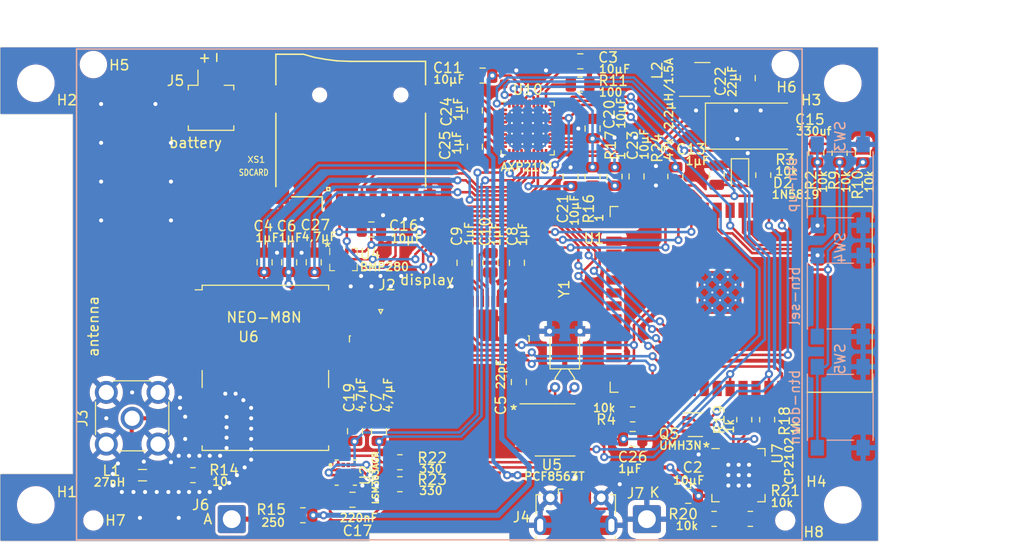
<source format=kicad_pcb>
(kicad_pcb (version 20221018) (generator pcbnew)
  (layers (0 "F.Cu" signal) (31 "B.Cu" signal) (34 "B.Paste" user) (35 "F.Paste" user) (36 "B.SilkS" user "B.Silkscreen") (37 "F.SilkS" user "F.Silkscreen") (38 "B.Mask" user) (39 "F.Mask" user) (44 "Edge.Cuts" user))
  (net 0 "")
  (net 1 "GND")
  (net 2 "VBUS")
  (net 3 "+3.3V")
  (net 4 "/d-cs")
  (net 5 "/d-rst")
  (net 6 "/d-rs-dc")
  (net 7 "/spi-mosi")
  (net 8 "/spi-clk")
  (net 9 "Net-(U5-OSCI)")
  (net 10 "/batt")
  (net 11 "VRTC")
  (net 12 "/b-up")
  (net 13 "VNAVI")
  (net 14 "VCOMP-SUPP")
  (net 15 "/s-en")
  (net 16 "VSDCARD")
  (net 17 "/b-down")
  (net 18 "Net-(J2-Pin_24)")
  (net 19 "i2c-scl")
  (net 20 "i2c-sda")
  (net 21 "Net-(J2-Pin_20)")
  (net 22 "/spi-miso")
  (net 23 "/bmp280-cs")
  (net 24 "Net-(J2-Pin_21)")
  (net 25 "Net-(J2-Pin_23)")
  (net 26 "Net-(J2-Pin_22)")
  (net 28 "Net-(U2-C1)")
  (net 29 "VCOMP-IO")
  (net 30 "VSYS")
  (net 31 "Net-(J3-In)")
  (net 33 "Net-(J6-Pin_1)")
  (net 34 "Net-(U10-ALDOIN)")
  (net 35 "Net-(U10-BLDOIN)")
  (net 36 "Net-(U10-VREF)")
  (net 37 "Net-(U10-CPULDOS)")
  (net 38 "VBMP")
  (net 39 "PWRON")
  (net 40 "Net-(J4-D-)")
  (net 41 "Net-(J4-D+)")
  (net 42 "Net-(U10-LX1)")
  (net 43 "Net-(U6-VCC_RF)")
  (net 44 "Net-(Q5A-E1)")
  (net 45 "Net-(Q5A-B1)")
  (net 46 "PWROK")
  (net 47 "Net-(U10-TS)")
  (net 48 "DLIGHT")
  (net 49 "/gps-rx")
  (net 50 "/gps-tx")
  (net 51 "Net-(U7-TXD)")
  (net 52 "Net-(U7-RXD)")
  (net 59 "Net-(U7-~{RST})")
  (net 60 "Net-(U7-SUSPEND)")
  (net 63 "/s-boot")
  (net 69 "Net-(U2-SCL{slash}SPC)")
  (net 70 "/s-tx")
  (net 71 "Net-(U5-OSCO)")
  (net 72 "/s-rx")
  (net 87 "Net-(U2-SDA{slash}SDI{slash}SDO)")
  (net 95 "Net-(L1-Pad1)")
  (net 99 "CHRGIRQ")
  (net 103 "/sdcard-cs")
  (footprint "Capacitor_SMD:C_0805_2012Metric" (layer "F.Cu") (at 117.348 81.661 180)
    (fp_text reference "C2")
    (fp_text value "10μF")
  )
  (footprint "MountingHole:MountingHole_3.2mm_M3" (layer "F.Cu") (at 132.5245 82.55)
    (fp_text reference "H4")
    (fp_text value "MountingHole" hide)
  )
  (footprint "Resistor_SMD:R_0805_2012Metric" (layer "F.Cu") (at 111.887 73.66)
    (fp_text reference "R4")
    (fp_text value "10k")
  )
  (footprint "Connector_USB:USB_Micro-B_Molex-105017-0001" (layer "F.Cu") (at 106.299 83.312)
    (fp_text reference "J4")
    (fp_text value "USB_B_Micro" hide)
  )
  (footprint "Resistor_SMD:R_0805_2012Metric" (layer "F.Cu") (at 79.502 83.566)
    (fp_text reference "R15")
    (fp_text value "250")
  )
  (footprint "Resistor_SMD:R_0805_2012Metric" (layer "F.Cu") (at 125.095 74.181 90)
    (fp_text reference "R18")
    (fp_text value "1k")
  )
  (footprint "Resistor_SMD:R_0805_2012Metric" (layer "F.Cu") (at 122.8496 74.181 90)
    (fp_text reference "R19")
    (fp_text value "1k")
  )
  (footprint "Connector_FFC-FPC:TE_2-1734839-4_1x24-1MP_P0.5mm_Horizontal" (layer "F.Cu") (at 92.9005 63.912)
    (fp_text reference "J2")
    (fp_text value "display")
  )
  (footprint "Capacitor_SMD:C_0805_2012Metric" (layer "F.Cu") (at 106.746 38.989)
    (fp_text reference "C3")
    (fp_text value "10μF")
  )
  (footprint "MountingHole:MountingHole_3.2mm_M3" (layer "F.Cu") (at 132.5245 41.148)
    (fp_text reference "H3")
    (fp_text value "MountingHole" hide)
  )
  (footprint "RF_Module:ESP32-WROOM-32" (layer "F.Cu") (at 119.5578 62.366 -90)
    (fp_text reference "U1")
    (fp_text value "ESP32-WROOM-32")
  )
  (footprint "RF_GPS:ublox_NEO" (layer "F.Cu") (at 75.819 69.088)
    (fp_text reference "U6")
    (fp_text value "NEO-M8N")
  )
  (footprint "MountingHole:MountingHole_2.2mm_M2" (layer "F.Cu") (at 58.928 39.3065)
    (fp_text reference "H5")
    (fp_text value "MountingHole" hide)
  )
  (footprint "MHole:MountingHole_1.5" (layer "F.Cu") (at 58.928 84.074)
    (fp_text reference "H7")
    (fp_text value "MountingHole" hide)
  )
  (footprint "Connector_Wire:SolderWire-1sqmm_1x01_D1.4mm_OD2.7mm" (layer "F.Cu") (at 72.517 83.947)
    (fp_text reference "J6")
    (fp_text value "A")
  )
  (footprint "Connector_Wire:SolderWire-1sqmm_1x01_D1.4mm_OD2.7mm" (layer "F.Cu") (at 113.284 83.947)
    (fp_text reference "J7")
    (fp_text value "K")
  )
  (footprint "MHole:MountingHole_1.5" (layer "F.Cu") (at 126.873 84.074)
    (fp_text reference "H8")
    (fp_text value "MountingHole" hide)
  )
  (footprint "MountingHole:MountingHole_3.2mm_M3" (layer "F.Cu") (at 53.2765 82.55)
    (fp_text reference "H1")
    (fp_text value "MountingHole" hide)
  )
  (footprint "Resistor_SMD:R_0805_2012Metric" (layer "F.Cu") (at 132.207 48.006 -90)
    (fp_text reference "R9")
    (fp_text value "10k")
  )
  (footprint "Resistor_SMD:R_0805_2012Metric" (layer "F.Cu") (at 134.493 48.006 -90)
    (fp_text reference "R10")
    (fp_text value "10k")
  )
  (footprint "Resistor_SMD:R_0805_2012Metric" (layer "F.Cu") (at 129.921 48.006 -90)
    (fp_text reference "R2")
    (fp_text value "10k")
  )
  (footprint "Capacitor_SMD:C_0805_2012Metric" (layer "F.Cu") (at 97.917 58.7685 -90)
    (fp_text reference "C10")
    (fp_text value "1μF")
  )
  (footprint "Capacitor_SMD:C_0805_2012Metric" (layer "F.Cu") (at 95.377 58.7685 -90)
    (fp_text reference "C9")
    (fp_text value "1μF")
  )
  (footprint "Capacitor_SMD:C_0805_2012Metric" (layer "F.Cu") (at 100.5205 58.7685 -90)
    (fp_text reference "C8")
    (fp_text value "1μF")
  )
  (footprint "Resistor_SMD:R_0805_2012Metric" (layer "F.Cu") (at 123.443 83.923)
    (fp_text reference "R21")
    (fp_text value "10k")
  )
  (footprint "Resistor_SMD:R_0805_2012Metric" (layer "F.Cu") (at 119.887 83.923)
    (fp_text reference "R20")
    (fp_text value "10k")
  )
  (footprint "MountingHole:MountingHole_3.2mm_M3" (layer "F.Cu") (at 53.2765 41.148)
    (fp_text reference "H2")
    (fp_text value "MountingHole" hide)
  )
  (footprint "Connector_Coaxial:SMA_Molex_73251-2200_Horizontal" (layer "F.Cu") (at 62.738 74.041)
    (fp_text reference "J3")
    (fp_text value "antenna")
  )
  (footprint "Inductor_SMD:L_0805_2012Metric" (layer "F.Cu") (at 63.754 79.629 180)
    (fp_text reference "L1")
    (fp_text value "27nH")
  )
  (footprint "Resistor_SMD:R_0805_2012Metric" (layer "F.Cu") (at 68.707 79.629 180)
    (fp_text reference "R14")
    (fp_text value "10")
  )
  (footprint "Capacitor_SMD:C_0805_2012Metric" (layer "F.Cu") (at 86.233 55.499)
    (fp_text reference "C16")
    (fp_text value "10μF")
  )
  (footprint "Capacitor_SMD:C_0805_2012Metric" (layer "F.Cu") (at 84.373 82.042)
    (fp_text reference "C17")
    (fp_text value "220nF")
  )
  (footprint "microsd:Conn_uSDcard" (layer "F.Cu") (at 84.201 42.291 180)
    (fp_text reference "XS1")
    (fp_text value "SDCARD")
  )
  (footprint "Resistor_SMD:R_0805_2012Metric" (layer "F.Cu") (at 124.714 50.165 -90)
    (fp_text reference "R3")
    (fp_text value "10k")
  )
  (footprint "Connector_Molex:Molex_PicoBlade_53261-0271_1x02-1MP_P1.25mm_Horizontal" (layer "F.Cu") (at 70.485 43.053)
    (fp_text reference "J5")
    (fp_text value "battery")
  )
  (footprint "MountingHole:MountingHole_2.2mm_M2" (layer "F.Cu") (at 126.873 39.3065)
    (fp_text reference "H6")
    (fp_text value "MountingHole" hide)
  )
  (footprint "Capacitor_SMD:C_0805_2012Metric" (layer "F.Cu") (at 120.142 50.165 -90)
    (fp_text reference "C13")
    (fp_text value "1μF")
  )
  (footprint "Package_LGA:Bosch_LGA-8_2x2.5mm_P0.65mm_ClockwisePinNumbering" (layer "F.Cu") (at 83.4898 58.4454)
    (fp_text reference "U4")
    (fp_text value "BMP280")
  )
  (footprint "Capacitor_SMD:C_0805_2012Metric" (layer "F.Cu") (at 100.711 70.485 -90)
    (fp_text reference "C5")
    (fp_text value "22pF")
  )
  (footprint "Crystal:Crystal_DS26_D2.0mm_L6.0mm_Horizontal_1EP_style2" (layer "F.Cu") (at 106.172 70.993 180)
    (fp_text reference "Y1")
    (fp_text value "32768" hide)
  )
  (footprint "Package_DFN_QFN:QFN-28-1EP_5x5mm_P0.5mm_EP3.35x3.35mm" (layer "F.Cu") (at 122.277 79.629)
    (fp_text reference "U7")
    (fp_text value "CP2102")
  )
  (footprint "Capacitor_SMD:C_0805_2012Metric" (layer "F.Cu") (at 84.6225 75.311 90)
    (fp_text reference "C19")
    (fp_text value "4,7μF")
  )
  (footprint "Package_SO:SOIC-8_3.9x4.9mm_P1.27mm" (layer "F.Cu") (at 104.267 75.184)
    (fp_text reference "U5")
    (fp_text value "PCF8563T")
  )
  (footprint "Resistor_SMD:R_0805_2012Metric" (layer "F.Cu") (at 89.027 78.359)
    (fp_text reference "R22")
    (fp_text value "330")
  )
  (footprint "Resistor_SMD:R_0805_2012Metric" (layer "F.Cu") (at 89.027 80.518 180)
    (fp_text reference "R23")
    (fp_text value "330")
  )
  (footprint "Capacitor_SMD:C_0805_2012Metric" (layer "F.Cu") (at 86.974 75.311 90)
    (fp_text reference "C7")
    (fp_text value "4,7μF")
  )
  (footprint "Capacitor_SMD:C_0805_2012Metric" (layer "F.Cu") (at 96.393 47.371 -90)
    (fp_text reference "C25")
    (fp_text value "1μF")
  )
  (footprint "Capacitor_SMD:C_0805_2012Metric" (layer "F.Cu") (at 97.155 40.386)
    (fp_text reference "C11")
    (fp_text value "10μF")
  )
  (footprint "Package_TO_SOT_SMD:SOT-363_SC-70-6" (layer "F.Cu") (at 118.049 74.674)
    (fp_text reference "Q5")
    (fp_text value "UMH3N")
  )
  (footprint "Inductor_SMD_Wurth:L_Wurth_WE-LQSH-3012" (layer "F.Cu") (at 117.983 40.767)
    (fp_text reference "L2")
    (fp_text value "2.2μH/1.5A")
  )
  (footprint "Capacitor_SMD:C_0805_2012Metric" (layer "F.Cu") (at 96.393 43.815 -90)
    (fp_text reference "C24")
    (fp_text value "1μF")
  )
  (footprint "Resistor_SMD:R_0805_2012Metric" (layer "F.Cu") (at 110.109 50.292 -90)
    (fp_text reference "R17")
    (fp_text value "1")
  )
  (footprint "Capacitor_SMD:C_0805_2012Metric" (layer "F.Cu") (at 78.1558 58.7248 90)
    (fp_text reference "C6")
    (fp_text value "1μF")
  )
  (footprint "Package_DFN_QFN:QFN-40-1EP_5x5mm_P0.4mm_EP3.6x3.6mm_ThermalVias" (layer "F.Cu") (at 101.578 45.5685)
    (fp_text reference "U10")
    (fp_text value "AXP2101")
  )
  (footprint "Capacitor_SMD:C_0805_2012Metric" (layer "F.Cu") (at 80.5688 58.7248 90)
    (fp_text reference "C27")
    (fp_text value "4,7μF")
  )
  (footprint "Capacitor_SMD:C_0805_2012Metric" (layer "F.Cu") (at 123.19 40.64 90)
    (fp_text reference "C22")
    (fp_text value "22μF")
  )
  (footprint "Resistor_SMD:R_0805_2012Metric" (layer "F.Cu") (at 116.078 50.292 -90)
    (fp_text reference "R24")
    (fp_text value "47k")
  )
  (footprint "Capacitor_SMD:C_0805_2012Metric" (layer "F.Cu") (at 112.268 50.292 -90)
    (fp_text reference "C23")
    (fp_text value "10μF")
  )
  (footprint "Capacitor_Tantalum_SMD:CP_EIA-7343-20_Kemet-V" (layer "F.Cu") (at 123.444 45.348)
    (fp_text reference "C15")
    (fp_text value "330uf")
  )
  (footprint "Resistor_SMD:R_0805_2012Metric" (layer "F.Cu") (at 107.95 50.292 -90)
    (fp_text reference "R16")
    (fp_text value "1")
  )
  (footprint "Capacitor_SMD:C_0805_2012Metric" (layer "F.Cu") (at 107.95 45.593 -90)
    (fp_text reference "C20")
    (fp_text value "10μF")
  )
  (footprint "Capacitor_SMD:C_0805_2012Metric" (layer "F.Cu") (at 105.791 50.292 -90)
    (fp_text reference "C21")
    (fp_text value "10μF")
  )
  (footprint "Diode_SMD:D_SOD-323" (layer "F.Cu") (at 122.428 50.165 -90)
    (fp_text reference "D2")
    (fp_text value "1N5819")
  )
  (footprint "lsm303agr:PQFN50P200X200X100-12N" (layer "F.Cu") (at 83.7165 79.375)
    (fp_text reference "U2")
    (fp_text value "LSM303AGR")
  )
  (footprint "Resistor_SMD:R_0805_2012Metric" (layer "F.Cu") (at 106.7289 41.275)
    (fp_text reference "R11")
    (fp_text value "100")
  )
  (footprint "Capacitor_SMD:C_0805_2012Metric" (layer "F.Cu") (at 75.7428 58.7248 90)
    (fp_text reference "C4")
    (fp_text value "1μF")
  )
  (footprint "Capacitor_SMD:C_0805_2012Metric" (layer "F.Cu") (at 111.887 76.073)
    (fp_text reference "C26")
    (fp_text value "1μF")
  )
  (footprint "Button_Switch_SMD:SW_Push_1P1T_NO_6x6mm_H9.5mm" (layer "B.Cu") (at 132.2705 62.0395 90)
    (fp_text reference "SW4")
    (fp_text value "btn-sel")
  )
  (footprint "Button_Switch_SMD:SW_Push_1P1T_NO_6x6mm_H9.5mm" (layer "B.Cu") (at 132.2705 51.1175 90)
    (fp_text reference "SW3")
    (fp_text value "btn-up")
  )
  (footprint "Button_Switch_SMD:SW_Push_1P1T_NO_6x6mm_H9.5mm" (layer "B.Cu") (at 132.2705 72.9615 90)
    (fp_text reference "SW5")
    (fp_text value "btn-down")
  )
  (gr_line (start 57.277 85.979) (end 57.277 37.7825) (stroke (width 0.15)) (layer "B.SilkS"))
  (gr_line (start 57.277 37.7825) (end 128.524 37.7825) (stroke (width 0.15)) (layer "B.SilkS"))
  (gr_line (start 128.524 37.7825) (end 128.524 85.979) (stroke (width 0.15)) (layer "B.SilkS"))
  (gr_line (start 128.524 85.979) (end 57.277 85.979) (stroke (width 0.15)) (layer "B.SilkS"))
  (gr_line (start 86.0425 86.106) (end 86.0425 85.344) (stroke (width 0.05)) (layer "Edge.Cuts"))
  (gr_line (start 86.0425 85.344) (end 99.7585 85.344) (stroke (width 0.05)) (layer "Edge.Cuts"))
  (gr_line (start 99.7585 86.106) (end 136.017 86.106) (stroke (width 0.05)) (layer "Edge.Cuts"))
  (gr_line (start 136.017 37.592) (end 136.017 86.106) (stroke (width 0.05)) (layer "Edge.Cuts"))
  (gr_line (start 49.784 37.592) (end 136.017 37.592) (stroke (width 0.05)) (layer "Edge.Cuts"))
  (gr_line (start 56.896 44.196) (end 56.896 79.502) (stroke (width 0.05)) (layer "Edge.Cuts"))
  (gr_line (start 49.784 44.196) (end 49.784 37.592) (stroke (width 0.05)) (layer "Edge.Cuts"))
  (gr_line (start 49.784 86.106) (end 49.784 79.502) (stroke (width 0.05)) (layer "Edge.Cuts"))
  (gr_line (start 86.0425 86.106) (end 49.784 86.106) (stroke (width 0.05)) (layer "Edge.Cuts"))
  (gr_line (start 56.896 44.196) (end 49.784 44.196) (stroke (width 0.05)) (layer "Edge.Cuts"))
  (gr_line (start 99.7585 86.106) (end 99.7585 85.344) (stroke (width 0.05)) (layer "Edge.Cuts"))
  (gr_line (start 56.896 79.502) (end 49.784 79.502) (stroke (width 0.05)) (layer "Edge.Cuts"))
  (gr_text "XDE-YA v0.6-t1" (at 62.992 54.356 90) (layer "F.Cu") (effects (font (size 2 2) (thickness 0.5))))
  (gr_text "+" (at 69.85 38.608) (layer "F.SilkS") (effects (font (size 1 1))))
  (gr_text "-" (at 71.12 38.608 -90) (layer "F.SilkS") (effects (font (size 1 1))))
  (segment (start 83.1648 58.7808) (end 83.1648 59.2454) (width 0.25) (layer "F.Cu") (net 1))
  (segment (start 82.5148 57.6454) (end 82.5148 58.1308) (width 0.25) (layer "F.Cu") (net 1))
  (segment (start 68.173 73.888) (end 68.173 73.888) (width 0.4) (layer "F.Cu") (net 1))
  (segment (start 68.214 76.088) (end 68.214 76.088) (width 0.4) (layer "F.Cu") (net 1))
  (segment (start 110.0478 56.656) (end 112.282 56.656) (width 0.75) (layer "F.Cu") (net 1))
  (segment (start 83.9665 79.655) (end 83.9965 79.625) (width 0.25) (layer "F.Cu") (net 1))
  (segment (start 94.1505 61.1305) (end 94.107 61.087) (width 0.25) (layer "F.Cu") (net 1))
  (segment (start 81.7498 57.6454) (end 82.5148 57.6454) (width 0.25) (layer "F.Cu") (net 1))
  (segment (start 94.6505 61.6305) (end 94.107 61.087) (width 0.25) (layer "F.Cu") (net 1))
  (segment (start 85.323 80.116) (end 85.323 80.624) (width 0.25) (layer "F.Cu") (net 1))
  (segment (start 94.6505 62.562) (end 94.6505 61.6305) (width 0.25) (layer "F.Cu") (net 1))
  (segment (start 107.599 84.2495) (end 107.299 84.5495) (width 0.25) (layer "F.Cu") (net 1))
  (segment (start 69.819 76.088) (end 68.214 76.088) (width 0.4) (layer "F.Cu") (net 1))
  (segment (start 83.9965 79.625) (end 84.4615 79.625) (width 0.25) (layer "F.Cu") (net 1))
  (segment (start 96.393 44.765) (end 97.7798 44.765) (width 0.25) (layer "F.Cu") (net 1))
  (segment (start 95.6505 61.712) (end 95.569 61.6305) (width 0.25) (layer "F.Cu") (net 1))
  (segment (start 85.323 80.666) (end 85.323 82.042) (width 0.25) (layer "F.Cu") (net 1))
  (segment (start 71.11 40.653) (end 71.11 42.916) (width 0.5) (layer "F.Cu") (net 1))
  (segment (start 127.8078 53.616) (end 127.8078 51.7702) (width 0.75) (layer "F.Cu") (net 1))
  (segment (start 119.449703 79.129) (end 118.364 78.043297) (width 0.25) (layer "F.Cu") (net 1))
  (segment (start 81.6204 57.7748) (end 81.7498 57.6454) (width 0.25) (layer "F.Cu") (net 1))
  (segment (start 87.501 52.791) (end 87.501 53.977) (width 0.4) (layer "F.Cu") (net 1))
  (segment (start 107.599 80.742) (end 108.077 80.264) (width 0.4) (layer "F.Cu") (net 1))
  (segment (start 93.6505 61.5435) (end 94.107 61.087) (width 0.25) (layer "F.Cu") (net 1))
  (segment (start 118.364 78.043297) (end 118.364 77.597) (width 0.25) (layer "F.Cu") (net 1))
  (segment (start 127.8078 71.116) (end 127.8078 73.5788) (width 0.75) (layer "F.Cu") (net 1))
  (segment (start 127.8078 53.616) (end 127.8078 55.7072) (width 0.75) (layer "F.Cu") (net 1))
  (segment (start 95.6505 62.562) (end 95.6505 61.712) (width 0.25) (layer "F.Cu") (net 1))
  (segment (start 94.1505 62.562) (end 94.1505 61.1305) (width 0.25) (layer "F.Cu") (net 1))
  (segment (start 93.6505 62.562) (end 93.6505 61.5435) (width 0.25) (layer "F.Cu") (net 1))
  (segment (start 119.827 79.129) (end 119.449703 79.129) (width 0.25) (layer "F.Cu") (net 1))
  (segment (start 107.599 81.8495) (end 107.599 80.742) (width 0.4) (layer "F.Cu") (net 1))
  (segment (start 87.183 54.295) (end 87.183 55.499) (width 0.4) (layer "F.Cu") (net 1))
  (segment (start 95.569 61.6305) (end 94.6505 61.6305) (width 0.25) (layer "F.Cu") (net 1))
  (segment (start 84.832 79.625) (end 85.323 80.116) (width 0.25) (layer "F.Cu") (net 1))
  (segment (start 85.344 80.645) (end 85.323 80.666) (width 0.25) (layer "F.Cu") (net 1))
  (segment (start 97.7798 44.765) (end 97.9763 44.5685) (width 0.25) (layer "F.Cu") (net 1))
  (segment (start 69.819 73.888) (end 68.173 73.888) (width 0.4) (layer "F.Cu") (net 1))
  (segment (start 83.9665 80.12) (end 83.9665 79.655) (width 0.25) (layer "F.Cu") (net 1))
  (segment (start 80.5688 57.7748) (end 81.6204 57.7748) (width 0.25) (layer "F.Cu") (net 1))
  (segment (start 85.323 80.624) (end 85.344 80.645) (width 0.25) (layer "F.Cu") (net 1))
  (segment (start 97.9763 44.5685) (end 99.1405 44.5685) (width 0.25) (layer "F.Cu") (net 1))
  (segment (start 82.5148 58.1308) (end 83.1648 58.7808) (width 0.25) (layer "F.Cu") (net 1))
  (segment (start 71.11 42.916) (end 71.12 42.926) (width 0.5) (layer "F.Cu") (net 1))
  (segment (start 87.376 54.102) (end 87.183 54.295) (width 0.4) (layer "F.Cu") (net 1))
  (segment (start 127.8078 71.116) (end 127.8078 69.977) (width 0.75) (layer "F.Cu") (net 1))
  (segment (start 87.501 53.977) (end 87.376 54.102) (width 0.4) (layer "F.Cu") (net 1))
  (segment (start 84.4615 79.625) (end 84.832 79.625) (width 0.25) (layer "F.Cu") (net 1))
  (via (at 59.69 50.8) (size 0.8) (drill 0.4) (layers "F.Cu" "B.Cu") (net 1))
  (via (at 59.69 46.99) (size 0.8) (drill 0.4) (layers "F.Cu" "B.Cu") (net 1))
  (via (at 65.024 43.18) (size 0.8) (drill 0.4) (layers "F.Cu" "B.Cu") (net 1))
  (via (at 59.69 43.18) (size 0.8) (drill 0.4) (layers "F.Cu" "B.Cu") (net 1))
  (via (at 94.107 61.087) (size 0.8) (drill 0.4) (layers "F.Cu" "B.Cu") (net 1))
  (via (at 66.548 46.99) (size 0.8) (drill 0.4) (layers "F.Cu" "B.Cu") (net 1))
  (via (at 66.548 54.61) (size 0.8) (drill 0.4) (layers "F.Cu" "B.Cu") (net 1))
  (via (at 66.548 50.8) (size 0.8) (drill 0.4) (layers "F.Cu" "B.Cu") (net 1))
  (via (at 74.422 77.089) (size 0.8) (drill 0.4) (layers "F.Cu" "B.Cu") (net 1))
  (via (at 64.008 81.28) (size 0.8) (drill 0.4) (layers "F.Cu" "B.Cu") (net 1))
  (via (at 67.31 77.724) (size 0.8) (drill 0.4) (layers "F.Cu" "B.Cu") (net 1))
  (via (at 74.422 73.025) (size 0.8) (drill 0.4) (layers "F.Cu" "B.Cu") (net 1))
  (via (at 85.217 60.071) (size 0.8) (drill 0.4) (layers "F.Cu" "B.Cu") (net 1))
  (via (at 85.344 80.645) (size 0.8) (drill 0.4) (layers "F.Cu" "B.Cu") (net 1))
  (via (at 73.787 78.867) (size 0.8) (drill 0.4) (layers "F.Cu" "B.Cu") (net 1))
  (via (at 103.378 39.878) (size 0.8) (drill 0.4) (layers "F.Cu" "B.Cu") (net 1))
  (via (at 106.172 79.883) (size 0.8) (drill 0.4) (layers "F.Cu" "B.Cu") (net 1))
  (via (at 60.833 80.645) (size 0.8) (drill 0.4) (layers "F.Cu" "B.Cu") (net 1))
  (via (at 87.376 54.102) (size 0.8) (drill 0.4) (layers "F.Cu" "B.Cu") (net 1))
  (via (at 87.122 60.071) (size 0.8) (drill 0.4) (layers "F.Cu" "B.Cu") (net 1))
  (via (at 60.198 74.041) (size 0.8) (drill 0.4) (layers "F.Cu" "B.Cu") (net 1))
  (via (at 74.422 74.041) (size 0.8) (drill 0.4) (layers "F.Cu" "B.Cu") (net 1))
  (via (at 123.317 80.645) (size 0.8) (drill 0.4) (layers "F.Cu" "B.Cu") (net 1))
  (via (at 99.06 48.26) (size 0.8) (drill 0.4) (layers "F.Cu" "B.Cu") (net 1))
  (via (at 100.457 39.878) (size 0.8) (drill 0.4) (layers "F.Cu" "B.Cu") (net 1))
  (via (at 110.109 46.482) (size 0.8) (drill 0.4) (layers "F.Cu" "B.Cu") (net 1))
  (via (at 79.375 57.785) (size 0.8) (drill 0.4) (layers "F.Cu" "B.Cu") (net 1))
  (via (at 109.982 44.45) (size 0.8) (drill 0.4) (layers "F.Cu" "B.Cu") (net 1))
  (via (at 61.722 81.28) (size 0.8) (drill 0.4) (layers "F.Cu" "B.Cu") (net 1))
  (via (at 86.741 82.042) (size 0.8) (drill 0.4) (layers "F.Cu" "B.Cu") (net 1))
  (via (at 89.154 60.071) (size 0.8) (drill 0.4) (layers "F.Cu" "B.Cu") (net 1))
  (via (at 63.5 83.82) (size 0.8) (drill 0.4) (layers "F.Cu" "B.Cu") (net 1))
  (via (at 65.151 81.28) (size 0.8) (drill 0.4) (layers "F.Cu" "B.Cu") (net 1))
  (via (at 121.285 79.629) (size 0.8) (drill 0.4) (layers "F.Cu" "B.Cu") (net 1))
  (via (at 122.047 43.815) (size 0.8) (drill 0.4) (layers "F.Cu" "B.Cu") (net 1))
  (via (at 62.738 71.501) (size 0.8) (drill 0.4) (layers "F.Cu" "B.Cu") (net 1))
  (via (at 124.46 43.815) (size 0.8) (drill 0.4) (layers "F.Cu" "B.Cu") (net 1))
  (via (at 122.174 46.609) (size 0.8) (drill 0.4) (layers "F.Cu" "B.Cu") (net 1))
  (via (at 122.301 79.629) (size 0.8) (drill 0.4) (layers "F.Cu" "B.Cu") (net 1))
  (via (at 69.342 81.28) (size 0.8) (drill 0.4) (layers "F.Cu" "B.Cu") (net 1))
  (via (at 105.791 49.403) (size 0.8) (drill 0.4) (layers "F.Cu" "B.Cu") (net 1))
  (via (at 123.19 48.006) (size 0.8) (drill 0.4) (layers "F.Cu" "B.Cu") (net 1))
  (via (at 84.201 61.087) (size 0.8) (drill 0.4) (layers "F.Cu" "B.Cu") (net 1))
  (via (at 74.422 78.105) (size 0.8) (drill 0.4) (layers "F.Cu" "B.Cu") (net 1))
  (via (at 72.898 71.628) (size 0.8) (drill 0.4) (layers "F.Cu" "B.Cu") (net 1))
  (via (at 67.31 83.82) (size 0.8) (drill 0.4) (layers "F.Cu" "B.Cu") (net 1))
  (via (at 67.31 81.28) (size 0.8) (drill 0.4) (layers "F.Cu" "B.Cu") (net 1))
  (via (at 66.294 81.28) (size 0.8) (drill 0.4) (layers "F.Cu" "B.Cu") (net 1))
  (via (at 122.301 80.645) (size 0.8) (drill 0.4) (layers "F.Cu" "B.Cu") (net 1))
  (via (at 67.437 73.025) (size 0.8) (drill 0.4) (layers "F.Cu" "B.Cu") (net 1))
  (via (at 72.009 75.946) (size 0.8) (drill 0.4) (layers "F.Cu" "B.Cu") (net 1))
  (via (at 63.881 78.2955) (size 0.8) (drill 0.4) (layers "F.Cu" "B.Cu") (net 1))
  (via (at 73.66 72.263) (size 0.8) (drill 0.4) (layers "F.Cu" "B.Cu") (net 1))
  (via (at 61.341 78.486) (size 0.8) (drill 0.4) (layers "F.Cu" "B.Cu") (net 1))
  (via (at 66.548 78.359) (size 0.8) (drill 0.4) (layers "F.Cu" "B.Cu") (net 1))
  (via (at 89.535 54.483) (size 0.8) (drill 0.4) (layers "F.Cu" "B.Cu") (net 1))
  (via (at 67.437 72.009) (size 0.8) (drill 0.4) (layers "F.Cu" "B.Cu") (net 1))
  (via (at 121.285 80.645) (size 0.8) (drill 0.4) (layers "F.Cu" "B.Cu") (net 1))
  (via (at 62.865 81.28) (size 0.8) (drill 0.4) (layers "F.Cu" "B.Cu") (net 1))
  (via (at 71.374 77.724) (size 0.8) (drill 0.4) (layers "F.Cu" "B.Cu") (net 1))
  (via (at 74.422 75.057) (size 0.8) (drill 0.4) (layers "F.Cu" "B.Cu") (net 1))
  (via (at 72.009 76.962) (size 0.8) (drill 0.4) (layers "F.Cu" "B.Cu") (net 1))
  (via (at 112.141 46.482) (size 0.8) (drill 0.4) (layers "F.Cu" "B.Cu") (net 1))
  (via (at 114.173 51.181) (size 0.8) (drill 0.4) (layers "F.Cu" "B.Cu") (net 1))
  (via (at 60.833 79.502) (size 0.8) (drill 0.4) (layers "F.Cu" "B.Cu") (net 1))
  (via (at 71.882 71.628) (size 0.8) (drill 0.4) (layers "F.Cu" "B.Cu") (net 1))
  (via (at 123.317 78.613) (size 0.8) (drill 0.4) (layers "F.Cu" "B.Cu") (net 1))
  (via (at 106.553 45.593) (size 0.8) (drill 0.4) (layers "F.Cu" "B.Cu") (net 1))
  (via (at 121.285 78.613) (size 0.8) (drill 0.4) (layers "F.Cu" "B.Cu") (net 1))
  (via (at 72.009 74.93) (size 0.8) (drill 0.4) (layers "F.Cu" "B.Cu") (net 1))
  (via (at 110.617 80.518) (size 0.8) (drill 0.4) (layers "F.Cu" "B.Cu") (net 1))
  (via (at 74.422 76.073) (size 0.8) (drill 0.4) (layers "F.Cu" "B.Cu") (net 1))
  (via (at 86.233 61.087) (size 0.8) (drill 0.4) (layers "F.Cu" "B.Cu") (net 1))
  (via (at 123.317 79.629) (size 0.8) (drill 0.4) (layers "F.Cu" "B.Cu") (net 1))
  (via (at 70.358 77.724) (size 0.8) (drill 0.4) (layers "F.Cu" "B.Cu") (net 1))
  (via (at 118.11 43.815) (size 0.8) (drill 0.4) (layers "F.Cu" "B.Cu") (net 1))
  (via (at 122.301 78.613) (size 0.8) (drill 0.4) (layers "F.Cu" "B.Cu") (net 1))
  (via (at 59.69 54.61) (size 0.8) (drill 0.4) (layers "F.Cu" "B.Cu") (net 1))
  (via (at 70.358 81.28) (size 0.8) (drill 0.4) (layers "F.Cu" "B.Cu") (net 1))
  (via (at 73.025 79.629) (size 0.8) (drill 0.4) (layers "F.Cu" "B.Cu") (net 1))
  (via (at 86.741 80.645) (size 0.8) (drill 0.4) (layers "F.Cu" "B.Cu") (net 1))
  (via (at 67.945 76.073) (size 0.8) (drill 0.4) (layers "F.Cu" "B.Cu") (net 1))
  (via (at 76.962 57.785) (size 0.8) (drill 0.4) (layers "F.Cu" "B.Cu") (net 1))
  (via (at 69.342 77.724) (size 0.8) (drill 0.4) (layers "F.Cu" "B.Cu") (net 1))
  (via (at 118.364 77.597) (size 0.8) (drill 0.4) (layers "F.Cu" "B.Cu") (net 1))
  (via (at 88.138 61.087) (size 0.8) (drill 0.4) (layers "F.Cu" "B.Cu") (net 1))
  (via (at 71.374 80.899) (size 0.8) (drill 0.4) (layers "F.Cu" "B.Cu") (net 1))
  (via (at 114.173 49.276) (size 0.8) (drill 0.4) (layers "F.Cu" "B.Cu") (net 1))
  (via (at 67.945 73.888) (size 0.8) (drill 0.4) (layers "F.Cu" "B.Cu") (net 1))
  (via (at 68.326 81.28) (size 0.8) (drill 0.4) (layers "F.Cu" "B.Cu") (net 1))
  (via (at 72.263 80.391) (size 0.8) (drill 0.4) (layers "F.Cu" "B.Cu") (net 1))
  (via (at 91.186 54.483) (size 0.8) (drill 0.4) (layers "F.Cu" "B.Cu") (net 1))
  (via (at 72.009 73.914) (size 0.8) (drill 0.4) (layers "F.Cu" "B.Cu") (net 1))
  (via (at 68.326 77.724) (size 0.8) (drill 0.4) (layers "F.Cu" "B.Cu") (net 1))
  (segment (start 105.731 78.867) (end 104.969 79.629) (width 0.4) (layer "F.Cu") (net 2))
  (segment (start 118.364 81.661) (end 119.761 81.661) (width 0.4) (layer "F.Cu") (net 2))
  (segment (start 104.999 81.8495) (end 104.999 79.659) (width 0.4) (layer "F.Cu") (net 2))
  (segment (start 104.969 79.629) (end 104.999 79.659) (width 0.4) (layer "F.Cu") (net 2))
  (segment (start 118.9745 82.7015) (end 118.9745 83.923) (width 0.25) (layer "F.Cu") (net 2))
  (segment (start 120.179 82.079) (end 119.761 81.661) (width 0.25) (layer "F.Cu") (net 2))
  (segment (start 119.827 81.849) (end 118.9745 82.7015) (width 0.25) (layer "F.Cu") (net 2))
  (segment (start 119.827 81.129) (end 119.827 81.849) (width 0.25) (layer "F.Cu") (net 2))
  (segment (start 115.57 78.867) (end 105.731 78.867) (width 0.4) (layer "F.Cu") (net 2))
  (segment (start 118.298 81.661) (end 118.364 81.661) (width 0.25) (layer "F.Cu") (net 2))
  (segment (start 99.887595 40.386) (end 98.105 40.386) (width 0.25) (layer "F.Cu") (net 2))
  (segment (start 100.978 43.131) (end 100.978 41.476405) (width 0.25) (layer "F.Cu") (net 2))
  (segment (start 118.364 81.727) (end 118.298 81.661) (width 0.25) (layer "F.Cu") (net 2))
  (segment (start 120.777 82.079) (end 120.179 82.079) (width 0.25) (layer "F.Cu") (net 2))
  (segment (start 99.568 79.629) (end 104.969 79.629) (width 0.4) (layer "F.Cu") (net 2))
  (segment (start 100.978 41.476405) (end 99.887595 40.386) (width 0.25) (layer "F.Cu") (net 2))
  (via (at 100.584 79.629) (size 0.8) (drill 0.4) (layers "F.Cu" "B.Cu") (net 2))
  (via (at 118.364 81.661) (size 0.8) (drill 0.4) (layers "F.Cu" "B.Cu") (net 2))
  (via (at 99.568 79.629) (size 0.8) (drill 0.4) (layers "F.Cu" "B.Cu") (net 2))
  (via (at 115.57 78.867) (size 0.8) (drill 0.4) (layers "F.Cu" "B.Cu") (net 2))
  (via (at 98.105 40.386) (size 0.8) (drill 0.4) (layers "F.Cu" "B.Cu") (net 2))
  (segment (start 98.206 48.4632) (end 98.206 78.267) (width 0.4) (layer "B.Cu") (net 2))
  (segment (start 100.584 79.629) (end 99.568 79.629) (width 0.4) (layer "B.Cu") (net 2))
  (segment (start 118.364 81.661) (end 115.57 78.867) (width 0.4) (layer "B.Cu") (net 2))
  (segment (start 98.105 40.386) (end 97.7392 40.7518) (width 0.4) (layer "B.Cu") (net 2))
  (segment (start 97.7392 40.7518) (end 97.7392 47.9964) (width 0.4) (layer "B.Cu") (net 2))
  (segment (start 98.206 78.267) (end 99.568 79.629) (width 0.4) (layer "B.Cu") (net 2))
  (segment (start 97.7392 47.9964) (end 98.206 48.4632) (width 0.4) (layer "B.Cu") (net 2))
  (segment (start 89.408 63.8485) (end 91.694 63.8485) (width 0.25) (layer "F.Cu") (net 3))
  (segment (start 120.269 67.818) (end 115.189 62.738) (width 0.25) (layer "F.Cu") (net 3))
  (segment (start 106.365814 47.3685) (end 107.257314 48.26) (width 0.25) (layer "F.Cu") (net 3))
  (segment (start 112.014 68.199) (end 109.474 70.739) (width 0.25) (layer "F.Cu") (net 3))
  (segment (start 96.1505 63.8556) (end 95.1851 63.8556) (width 0.25) (layer "F.Cu") (net 3))
  (segment (start 134.493 47.0935) (end 132.207 47.0935) (width 0.25) (layer "F.Cu") (net 3))
  (segment (start 123.181 45.348) (end 123.19 45.339) (width 0.75) (layer "F.Cu") (net 3))
  (segment (start 87.6505 62.562) (end 87.6505 63.828) (width 0.25) (layer "F.Cu") (net 3))
  (segment (start 96.9495 66.839) (end 96.1505 66.04) (width 0.25) (layer "F.Cu") (net 3))
  (segment (start 115.189 62.738) (end 114.173 62.738) (width 0.25) (layer "F.Cu") (net 3))
  (segment (start 126.5378 53.616) (end 126.5378 55.113) (width 0.25) (layer "F.Cu") (net 3))
  (segment (start 127.127 67.818) (end 120.269 67.818) (width 0.25) (layer "F.Cu") (net 3))
  (segment (start 88.138 63.8485) (end 88.646 63.8485) (width 0.25) (layer "F.Cu") (net 3))
  (segment (start 114.173 62.738) (end 112.014 64.897) (width 0.25) (layer "F.Cu") (net 3))
  (segment (start 92.1505 62.562) (end 92.1505 63.797) (width 0.25) (layer "F.Cu") (net 3))
  (segment (start 87.6505 63.828) (end 87.63 63.8485) (width 0.25) (layer "F.Cu") (net 3))
  (segment (start 125.8335 49.2525) (end 124.714 49.2525) (width 0.75) (layer "F.Cu") (net 3))
  (segment (start 128.8015 47.0935) (end 126.238 49.657) (width 0.25) (layer "F.Cu") (net 3))
  (segment (start 92.202 63.8485) (end 95.123 63.8485) (width 0.25) (layer "F.Cu") (net 3))
  (segment (start 87.376 63.8485) (end 87.63 63.8485) (width 0.25) (layer "F.Cu") (net 3))
  (segment (start 120.3315 43.5915) (end 119.158 42.418) (width 0.75) (layer "F.Cu") (net 3))
  (segment (start 107.257314 48.26) (end 114.173 48.26) (width 0.25) (layer "F.Cu") (net 3))
  (segment (start 87.1505 62.562) (end 87.1505 63.623) (width 0.25) (layer "F.Cu") (net 3))
  (segment (start 120.3315 45.348) (end 123.181 45.348) (width 0.75) (layer "F.Cu") (net 3))
  (segment (start 95.1505 63.821) (end 95.123 63.8485) (width 0.25) (layer "F.Cu") (net 3))
  (segment (start 109.474 70.739) (end 109.474 73.025) (width 0.25) (layer "F.Cu") (net 3))
  (segment (start 119.158 42.418) (end 119.158 40.767) (width 0.75) (layer "F.Cu") (net 3))
  (segment (start 109.474 73.025) (end 110.109 73.66) (width 0.25) (layer "F.Cu") (net 3))
  (segment (start 87.63 63.8485) (end 88.138 63.8485) (width 0.25) (layer "F.Cu") (net 3))
  (segment (start 126.5378 53.616) (end 126.5378 49.9568) (width 0.75) (layer "F.Cu") (net 3))
  (segment (start 123.19 41.59) (end 123.19 45.339) (width 0.75) (layer "F.Cu") (net 3))
  (segment (start 88.1505 62.562) (end 88.1505 63.836) (width 0.25) (layer "F.Cu") (net 3))
  (segment (start 112.014 64.897) (end 112.014 68.199) (width 0.25) (layer "F.Cu") (net 3))
  (segment (start 132.207 47.0935) (end 129.921 47.0935) (width 0.25) (layer "F.Cu") (net 3))
  (segment (start 120.3315 45.348) (end 120.3315 43.5915) (width 0.75) (layer "F.Cu") (net 3))
  (segment (start 100.9766 66.839) (end 96.9495 66.839) (width 0.25) (layer "F.Cu") (net 3))
  (segment (start 126.5428 55.118) (end 126.5378 55.123) (width 0.25) (layer "F.Cu") (net 3))
  (segment (start 120.3225 45.339) (end 120.3315 45.348) (width 0.25) (layer "F.Cu") (net 3))
  (segment (start 87.1505 63.623) (end 87.376 63.8485) (width 0.25) (layer "F.Cu") (net 3))
  (segment (start 129.921 47.0935) (end 128.8015 47.0935) (width 0.25) (layer "F.Cu") (net 3))
  (segment (start 114.173 48.26) (end 117.094 45.339) (width 0.25) (layer "F.Cu") (net 3))
  (segment (start 91.694 63.8485) (end 92.202 63.8485) (width 0.25) (layer "F.Cu") (net 3))
  (segment (start 96.1505 66.04) (end 96.1505 63.8556) (width 0.25) (layer "F.Cu") (net 3))
  (segment (start 96.1505 63.8556) (end 96.1505 62.562) (width 0.25) (layer "F.Cu") (net 3))
  (segment (start 88.1505 63.836) (end 88.138 63.8485) (width 0.25) (layer "F.Cu") (net 3))
  (segment (start 95.1505 62.562) (end 95.1505 63.821) (width 0.25) (layer "F.Cu") (net 3))
  (segment (start 124.714 49.2525) (end 124.714 47.879) (width 0.75) (layer "F.Cu") (net 3))
  (segment (start 126.5378 49.9568) (end 126.238 49.657) (width 0.75) (layer "F.Cu") (net 3))
  (segment (start 101.0042 66.839) (end 100.9904 66.8528) (width 0.25) (layer "F.Cu") (net 3))
  (segment (start 104.0155 47.3685) (end 106.365814 47.3685) (width 0.25) (layer "F.Cu") (net 3))
  (segment (start 100.9904 66.8528) (end 100.9766 66.839) (width 0.25) (layer "F.Cu") (net 3))
  (segment (start 126.5378 55.113) (end 126.5428 55.118) (width 0.25) (layer "F.Cu") (net 3))
  (segment (start 126.238 49.657) (end 125.8335 49.2525) (width 0.75) (layer "F.Cu") (net 3))
  (segment (start 117.094 45.339) (end 120.3225 45.339) (width 0.25) (layer "F.Cu") (net 3))
  (segment (start 91.6505 63.805) (end 91.694 63.8485) (width 0.25) (layer "F.Cu") (net 3))
  (segment (start 88.6505 63.844) (end 88.646 63.8485) (width 0.25) (layer "F.Cu") (net 3))
  (segment (start 91.6505 62.562) (end 91.6505 63.805) (width 0.25) (layer "F.Cu") (net 3))
  (segment (start 92.1505 63.797) (end 92.202 63.8485) (width 0.25) (layer "F.Cu") (net 3))
  (segment (start 88.646 63.8485) (end 89.408 63.8485) (width 0.25) (layer "F.Cu") (net 3))
  (segment (start 124.714 47.879) (end 123.19 46.355) (width 0.75) (layer "F.Cu") (net 3))
  (segment (start 88.6505 62.562) (end 88.6505 63.844) (width 0.25) (layer "F.Cu") (net 3))
  (segment (start 95.1851 63.8556) (end 95.1505 63.821) (width 0.25) (layer "F.Cu") (net 3))
  (segment (start 110.109 73.66) (end 110.9745 73.66) (width 0.25) (layer "F.Cu") (net 3))
  (segment (start 123.19 45.339) (end 123.19 46.355) (width 0.75) (layer "F.Cu") (net 3))
  (via (at 112.014 66.8528) (size 0.8) (drill 0.4) (layers "F.Cu" "B.Cu") (net 3))
  (via (at 127.127 67.818) (size 0.8) (drill 0.4) (layers "F.Cu" "B.Cu") (net 3))
  (via (at 100.9904 66.8528) (size 0.8) (drill 0.4) (layers "F.Cu" "B.Cu") (net 3))
  (via (at 126.5428 55.118) (size 0.8) (drill 0.4) (layers "F.Cu" "B.Cu") (net 3))
  (segment (start 100.9904 66.8528) (end 112.014 66.8528) (width 0.25) (layer "B.Cu") (net 3))
  (segment (start 127.127 55.7022) (end 127.127 67.818) (width 0.25) (layer "B.Cu") (net 3))
  (segment (start 126.5428 55.118) (end 127.127 55.7022) (width 0.25) (layer "B.Cu") (net 3))
  (segment (start 93.784 57.873327) (end 93.784 59.944) (width 0.25) (layer "F.Cu") (net 4))
  (segment (start 93.784 59.944) (end 93.1505 60.5775) (width 0.25) (layer "F.Cu") (net 4))
  (segment (start 105.791 57.277) (end 103.8605 57.277) (width 0.25) (layer "F.Cu") (net 4))
  (segment (start 93.1505 60.5775) (end 93.1505 62.562) (width 0.25) (layer "F.Cu") (net 4))
  (segment (start 115.1078 53.616) (end 115.1078 57.2466) (width 0.25) (layer "F.Cu") (net 4))
  (segment (start 95.243827 56.4135) (end 93.784 57.873327) (width 0.25) (layer "F.Cu") (net 4))
  (segment (start 103.8605 57.277) (end 102.997 56.4135) (width 0.25) (layer "F.Cu") (net 4))
  (segment (start 102.997 56.4135) (end 95.243827 56.4135) (width 0.25) (layer "F.Cu") (net 4))
  (segment (start 115.1078 57.2466) (end 115.1128 57.2516) (width 0.25) (layer "F.Cu") (net 4))
  (via (at 105.791 57.277) (size 0.8) (drill 0.4) (layers "F.Cu" "B.Cu") (net 4))
  (via (at 115.1128 57.2516) (size 0.8) (drill 0.4) (layers "F.Cu" "B.Cu") (net 4))
  (segment (start 105.791 57.277) (end 115.0874 57.277) (width 0.25) (layer "B.Cu") (net 4))
  (segment (start 115.0874 57.277) (end 115.1128 57.2516) (width 0.25) (layer "B.Cu") (net 4))
  (segment (start 104.267 55.753) (end 103.6175 55.753) (width 0.25) (layer "F.Cu") (net 5))
  (segment (start 103.378 55.5135) (end 94.871035 55.5135) (width 0.25) (layer "F.Cu") (net 5))
  (segment (start 117.6478 53.616) (end 117.6478 55.7226) (width 0.25) (layer "F.Cu") (net 5))
  (segment (start 92.859802 57.524733) (end 92.859802 59.595406) (width 0.25) (layer "F.Cu") (net 5))
  (segment (start 103.6175 55.753) (end 103.378 55.5135) (width 0.25) (layer "F.Cu") (net 5))
  (segment (start 91.1505 61.304708) (end 91.1505 62.562) (width 0.25) (layer "F.Cu") (net 5))
  (segment (start 92.859802 59.595406) (end 91.1505 61.304708) (width 0.25) (layer "F.Cu") (net 5))
  (segment (start 94.871035 55.5135) (end 92.859802 57.524733) (width 0.25) (layer "F.Cu") (net 5))
  (segment (start 117.6478 55.7226) (end 117.6528 55.7276) (width 0.25) (layer "F.Cu") (net 5))
  (via (at 104.267 55.753) (size 0.8) (drill 0.4) (layers "F.Cu" "B.Cu") (net 5))
  (via (at 117.6528 55.7276) (size 0.8) (drill 0.4) (layers "F.Cu" "B.Cu") (net 5))
  (segment (start 117.6274 55.753) (end 117.6528 55.7276) (width 0.25) (layer "B.Cu") (net 5))
  (segment (start 104.267 55.753) (end 117.6274 55.753) (width 0.25) (layer "B.Cu") (net 5))
  (segment (start 95.057431 55.9635) (end 103.124 55.9635) (width 0.25) (layer "F.Cu") (net 6))
  (segment (start 105.029 56.515) (end 103.6755 56.515) (width 0.25) (layer "F.Cu") (net 6))
  (segment (start 92.6505 60.441104) (end 93.309802 59.781802) (width 0.25) (layer "F.Cu") (net 6))
  (segment (start 93.309802 57.711129) (end 95.057431 55.9635) (width 0.25) (layer "F.Cu") (net 6))
  (segment (start 116.3778 53.616) (end 116.3778 56.5354) (width 0.25) (layer "F.Cu") (net 6))
  (segment (start 92.6505 62.562) (end 92.6505 60.441104) (width 0.25) (layer "F.Cu") (net 6))
  (segment (start 92.6505 62.562) (end 92.673 62.5395) (width 0.25) (layer "F.Cu") (net 6))
  (segment (start 103.6755 56.515) (end 103.124 55.9635) (width 0.25) (layer "F.Cu") (net 6))
  (segment (start 116.3778 56.5354) (end 116.3828 56.5404) (width 0.25) (layer "F.Cu") (net 6))
  (segment (start 93.309802 59.781802) (end 93.309802 57.711129) (width 0.25) (layer "F.Cu") (net 6))
  (via (at 116.3828 56.5404) (size 0.8) (drill 0.4) (layers "F.Cu" "B.Cu") (net 6))
  (via (at 105.029 56.515) (size 0.8) (drill 0.4) (layers "F.Cu" "B.Cu") (net 6))
  (segment (start 105.0544 56.5404) (end 105.029 56.515) (width 0.25) (layer "B.Cu") (net 6))
  (segment (start 116.3828 56.5404) (end 105.0544 56.5404) (width 0.25) (layer "B.Cu") (net 6))
  (segment (start 83.8148 56.6472) (end 83.8148 57.6454) (width 0.25) (layer "F.Cu") (net 7))
  (segment (start 84.201 54.229) (end 83.8148 54.6152) (width 0.25) (layer "F.Cu") (net 7))
  (segment (start 89.6505 61.3525) (end 90.139 61.3525) (width 0.25) (layer "F.Cu") (net 7))
  (segment (start 125.857 68.961) (end 126.5378 69.6418) (width 0.25) (layer "F.Cu") (net 7))
  (segment (start 94.498243 54.6135) (end 91.313 57.798743) (width 0.25) (layer "F.Cu") (net 7))
  (segment (start 91.313 57.798743) (end 91.313 59.182) (width 0.25) (layer "F.Cu") (net 7))
  (segment (start 90.1505 61.031916) (end 90.1505 61.341) (width 0.25) (layer "F.Cu") (net 7))
  (segment (start 90.139 61.3525) (end 90.1505 61.341) (width 0.25) (layer "F.Cu") (net 7))
  (segment (start 91.313 59.869416) (end 90.1505 61.031916) (width 0.25) (layer "F.Cu") (net 7))
  (segment (start 89.1505 62.562) (end 89.1505 61.8525) (width 0.25) (layer "F.Cu") (net 7))
  (segment (start 91.313 59.182) (end 91.313 59.869416) (width 0.25) (layer "F.Cu") (net 7))
  (segment (start 104.64778 54.6135) (end 94.498243 54.6135) (width 0.25) (layer "F.Cu") (net 7))
  (segment (start 107.569 57.534719) (end 104.64778 54.6135) (width 0.25) (layer "F.Cu") (net 7))
  (segment (start 107.569 58.039) (end 107.569 57.534719) (width 0.25) (layer "F.Cu") (net 7))
  (segment (start 90.1505 62.562) (end 90.1505 61.341) (width 0.25) (layer "F.Cu") (net 7))
  (segment (start 89.1505 61.8525) (end 89.6505 61.3525) (width 0.25) (layer "F.Cu") (net 7))
  (segment (start 89.6505 62.562) (end 89.6505 61.3525) (width 0.25) (layer "F.Cu") (net 7))
  (segment (start 118.999 68.961) (end 125.857 68.961) (width 0.25) (layer "F.Cu") (net 7))
  (segment (start 84.201 52.791) (end 84.201 54.229) (width 0.25) (layer "F.Cu") (net 7))
  (segment (start 83.8148 54.6152) (end 83.8148 56.6472) (width 0.25) (layer "F.Cu") (net 7))
  (segment (start 114.554 64.516) (end 118.999 68.961) (width 0.25) (layer "F.Cu") (net 7))
  (segment (start 126.5378 69.6418) (end 126.5378 71.116) (width 0.25) (layer "F.Cu") (net 7))
  (via (at 83.8148 56.6472) (size 0.8) (drill 0.4) (layers "F.Cu" "B.Cu") (net 7))
  (via (at 91.313 59.182) (size 0.8) (drill 0.4) (layers "F.Cu" "B.Cu") (net 7))
  (via (at 114.554 64.516) (size 0.8) (drill 0.4) (layers "F.Cu" "B.Cu") (net 7))
  (via (at 107.569 58.039) (size 0.8) (drill 0.4) (layers "F.Cu" "B.Cu") (net 7))
  (segment (start 107.569 58.039) (end 114.046 64.516) (width 0.25) (layer "B.Cu") (net 7))
  (segment (start 85.725 59.182) (end 83.82 57.277) (width 0.25) (layer "B.Cu") (net 7))
  (segment (start 114.046 64.516) (end 114.554 64.516) (width 0.25) (layer "B.Cu") (net 7))
  (segment (start 83.82 56.6524) (end 83.8148 56.6472) (width 0.25) (layer "B.Cu") (net 7))
  (segment (start 83.82 57.277) (end 83.82 56.6524) (width 0.25) (layer "B.Cu") (net 7))
  (segment (start 91.313 59.182) (end 85.725 59.182) (width 0.25) (layer "B.Cu") (net 7))
  (segment (start 84.4774 57.658) (end 84.4648 57.6454) (width 0.25) (layer "F.Cu") (net 8))
  (segment (start 86.233 54.229) (end 86.401 54.061) (width 0.25) (layer "F.Cu") (net 8))
  (segment (start 114.173 66.167) (end 117.6478 69.6418) (width 0.25) (layer "F.Cu") (net 8))
  (segment (start 92.075 58.42) (end 92.075 59.743812) (width 0.25) (layer "F.Cu") (net 8))
  (segment (start 85.598 57.658) (end 84.4774 57.658) (width 0.25) (layer "F.Cu") (net 8))
  (segment (start 104.532095 55.0635) (end 94.684639 55.0635) (width 0.25) (layer "F.Cu") (net 8))
  (segment (start 106.553 59.055) (end 106.553 57.084405) (width 0.25) (layer "F.Cu") (net 8))
  (segment (start 94.684639 55.0635) (end 92.075 57.673139) (width 0.25) (layer "F.Cu") (net 8))
  (segment (start 92.075 57.673139) (end 92.075 58.42) (width 0.25) (layer "F.Cu") (net 8))
  (segment (start 106.553 57.084405) (end 104.532095 55.0635) (width 0.25) (layer "F.Cu") (net 8))
  (segment (start 85.598 57.658) (end 86.233 57.023) (width 0.25) (layer "F.Cu") (net 8))
  (segment (start 92.075 59.743812) (end 90.6505 61.168312) (width 0.25) (layer "F.Cu") (net 8))
  (segment (start 86.233 57.023) (end 86.233 54.229) (width 0.25) (layer "F.Cu") (net 8))
  (segment (start 90.6505 61.168312) (end 90.6505 62.562) (width 0.25) (layer "F.Cu") (net 8))
  (segment (start 117.6478 69.6418) (end 117.6478 71.116) (width 0.25) (layer "F.Cu") (net 8))
  (segment (start 86.401 52.791) (end 86.401 54.061) (width 0.25) (layer "F.Cu") (net 8))
  (via (at 106.553 59.055) (size 0.8) (drill 0.4) (layers "F.Cu" "B.Cu") (net 8))
  (via (at 86.233 57.023) (size 0.8) (drill 0.4) (layers "F.Cu" "B.Cu") (net 8))
  (via (at 92.075 58.42) (size 0.8) (drill 0.4) (layers "F.Cu" "B.Cu") (net 8))
  (via (at 114.173 66.167) (size 0.8) (drill 0.4) (layers "F.Cu" "B.Cu") (net 8))
  (segment (start 90.678 57.023) (end 92.075 58.42) (width 0.25) (layer "B.Cu") (net 8))
  (segment (start 106.553 59.055) (end 113.665 66.167) (width 0.25) (layer "B.Cu") (net 8))
  (segment (start 86.233 57.023) (end 90.678 57.023) (width 0.25) (layer "B.Cu") (net 8))
  (segment (start 113.665 66.167) (end 114.173 66.167) (width 0.25) (layer "B.Cu") (net 8))
  (segment (start 103.698 71.435) (end 100.711 71.435) (width 0.25) (layer "F.Cu") (net 9))
  (segment (start 104.272 72.637604) (end 103.630604 73.279) (width 0.25) (layer "F.Cu") (net 9))
  (segment (start 104.272 70.993) (end 104.272 72.637604) (width 0.25) (layer "F.Cu") (net 9))
  (segment (start 104.14 70.993) (end 103.698 71.435) (width 0.25) (layer "F.Cu") (net 9))
  (segment (start 104.272 70.993) (end 104.14 70.993) (width 0.25) (layer "F.Cu") (net 9))
  (segment (start 103.630604 73.279) (end 101.792 73.279) (width 0.25) (layer "F.Cu") (net 9))
  (segment (start 105.796 38.989) (end 104.648 38.989) (width 0.5) (layer "F.Cu") (net 10))
  (segment (start 104.648 38.989) (end 70.485 38.989) (width 0.5) (layer "F.Cu") (net 10))
  (segment (start 102.578 42.144314) (end 104.648 40.074314) (width 0.25) (layer "F.Cu") (net 10))
  (segment (start 102.578 43.131) (end 102.578 42.144314) (width 0.25) (layer "F.Cu") (net 10))
  (segment (start 104.648 40.074314) (end 104.648 38.989) (width 0.25) (layer "F.Cu") (net 10))
  (segment (start 69.85 40.244472) (end 69.86 40.254472) (width 0.5) (layer "F.Cu") (net 10))
  (segment (start 69.86 40.254472) (end 69.86 40.653) (width 0.5) (layer "F.Cu") (net 10))
  (segment (start 70.485 38.989) (end 69.85 39.624) (width 0.5) (layer "F.Cu") (net 10))
  (segment (start 69.85 39.624) (end 69.85 40.244472) (width 0.5) (layer "F.Cu") (net 10))
  (segment (start 95.885 52.578) (end 96.012 52.578) (width 0.25) (layer "F.Cu") (net 11))
  (segment (start 110.528 43.2688) (end 106.934 43.2688) (width 0.25) (layer "F.Cu") (net 11))
  (segment (start 79.02 64.288) (end 81.819 64.288) (width 0.25) (layer "F.Cu") (net 11))
  (segment (start 106.742 73.279) (end 107.95 73.279) (width 0.25) (layer "F.Cu") (net 11))
  (segment (start 110.998 76.073) (end 110.937 76.073) (width 0.25) (layer "F.Cu") (net 11))
  (segment (start 111.7092 44.45) (end 110.528 43.2688) (width 0.25) (layer "F.Cu") (net 11))
  (segment (start 105.5963 44.5685) (end 105.6132 44.5516) (width 0.25) (layer "F.Cu") (net 11))
  (segment (start 75.692 60.96) (end 79.02 64.288) (width 0.25) (layer "F.Cu") (net 11))
  (segment (start 101.850281 52.578) (end 95.885 52.578) (width 0.25) (layer "F.Cu") (net 11))
  (segment (start 105.6301 44.5685) (end 105.6343 44.5685) (width 0.25) (layer "F.Cu") (net 11))
  (segment (start 105.6343 44.5685) (end 106.934 43.2688) (width 0.25) (layer "F.Cu") (net 11))
  (segment (start 108.839 74.168) (end 108.839 75.565) (width 0.25) (layer "F.Cu") (net 11))
  (segment (start 75.692 59.69) (end 75.692 60.96) (width 0.25) (layer "F.Cu") (net 11))
  (segment (start 104.267 49.149) (end 104.267 50.161281) (width 0.25) (layer "F.Cu") (net 11))
  (segment (start 108.839 75.565) (end 109.347 76.073) (width 0.25) (layer "F.Cu") (net 11))
  (segment (start 105.6132 44.5516) (end 105.6301 44.5685) (width 0.25) (layer "F.Cu") (net 11))
  (segment (start 107.95 73.279) (end 108.839 74.168) (width 0.25) (layer "F.Cu") (net 11))
  (segment (start 109.347 76.073) (end 110.998 76.073) (width 0.25) (layer "F.Cu") (net 11))
  (segment (start 75.692 59.69) (end 75.7428 59.6748) (width 0.25) (layer "F.Cu") (net 11))
  (segment (start 104.267 50.161281) (end 101.850281 52.578) (width 0.25) (layer "F.Cu") (net 11))
  (segment (start 104.0155 44.5685) (end 105.5963 44.5685) (width 0.25) (layer "F.Cu") (net 11))
  (via (at 111.7092 44.45) (size 0.8) (drill 0.4) (layers "F.Cu" "B.Cu") (net 11))
  (via (at 95.885 52.578) (size 0.8) (drill 0.4) (layers "F.Cu" "B.Cu") (net 11))
  (via (at 75.692 59.69) (size 0.8) (drill 0.4) (layers "F.Cu" "B.Cu") (net 11))
  (via (at 104.267 49.149) (size 0.8) (drill 0.4) (layers "F.Cu" "B.Cu") (net 11))
  (via (at 110.998 76.073) (size 0.8) (drill 0.4) (layers "F.Cu" "B.Cu") (net 11))
  (via (at 105.6132 44.5516) (size 0.8) (drill 0.4) (layers "F.Cu" "B.Cu") (net 11))
  (via (at 116.078 49.3776) (size 0.8) (drill 0.4) (layers "F.Cu" "B.Cu") (net 11))
  (segment (start 124.333 59.309) (end 124.333 65.872806) (width 0.25) (layer "B.Cu") (net 11))
  (segment (start 75.692 54.61) (end 75.692 59.69) (width 0.25) (layer "B.Cu") (net 11))
  (segment (start 116.078 49.3776) (end 120.523 53.8226) (width 0.25) (layer "B.Cu") (net 11))
  (segment (start 116.078 48.8188) (end 116.078 49.3776) (width 0.25) (layer "B.Cu") (net 11))
  (segment (start 120.523 53.8226) (end 120.523 55.499) (width 0.25) (layer "B.Cu") (net 11))
  (segment (start 95.885 52.578) (end 95.885 50.419) (width 0.25) (layer "B.Cu") (net 11))
  (segment (start 124.333 65.872806) (end 114.132805 76.073) (width 0.25) (layer "B.Cu") (net 11))
  (segment (start 105.6132 44.5516) (end 105.6132 47.8028) (width 0.25) (layer "B.Cu") (net 11))
  (segment (start 105.6132 47.8028) (end 104.267 49.149) (width 0.25) (layer "B.Cu") (net 11))
  (segment (start 120.523 55.499) (end 124.333 59.309) (width 0.25) (layer "B.Cu") (net 11))
  (segment (start 111.7092 44.45) (end 116.078 48.8188) (width 0.25) (layer "B.Cu") (net 11))
  (segment (start 81.0895 49.2125) (end 75.692 54.61) (width 0.25) (layer "B.Cu") (net 11))
  (segment (start 114.132805 76.073) (end 110.998 76.073) (width 0.25) (layer "B.Cu") (net 11))
  (segment (start 95.885 50.419) (end 94.6785 49.2125) (width 0.25) (layer "B.Cu") (net 11))
  (segment (start 94.6785 49.2125) (end 81.0895 49.2125) (width 0.25) (layer "B.Cu") (net 11))
  (segment (start 123.952 57.023) (end 128.143 57.023) (width 0.25) (layer "F.Cu") (net 12))
  (segment (start 128.143 57.023) (end 130.048 55.118) (width 0.25) (layer "F.Cu") (net 12))
  (segment (start 122.7278 55.7988) (end 123.952 57.023) (width 0.25) (layer "F.Cu") (net 12))
  (segment (start 122.7278 53.616) (end 122.7278 55.7988) (width 0.25) (layer "F.Cu") (net 12))
  (via (at 130.048 48.895) (size 0.8) (drill 0.4) (layers "F.Cu" "B.Cu") (net 12))
  (via (at 130.048 55.118) (size 0.8) (drill 0.4) (layers "F.Cu" "B.Cu") (net 12))
  (segment (start 130.0205 52.2245) (end 130.0205 55.0925) (width 0.25) (layer "B.Cu") (net 12))
  (segment (start 130.048 48.895) (end 130.0205 48.9225) (width 0.25) (layer "B.Cu") (net 12))
  (segment (start 130.0205 47.1425) (end 130.0205 48.8675) (width 0.25) (layer "B.Cu") (net 12))
  (segment (start 130.0205 48.8675) (end 130.048 48.895) (width 0.25) (layer "B.Cu") (net 12))
  (segment (start 130.0205 48.9225) (end 130.0205 52.2245) (width 0.25) (layer "B.Cu") (net 12))
  (segment (start 78.105 59.69) (end 78.105 60.833) (width 0.5) (layer "F.Cu") (net 13))
  (segment (start 101.778 48.006) (end 101.778 50.167967) (width 0.25) (layer "F.Cu") (net 13))
  (segment (start 96.575281 51.748) (end 95.500281 50.673) (width 0.25) (layer "F.Cu") (net 13))
  (segment (start 81.819 63.188) (end 80.46 63.188) (width 0.5) (layer "F.Cu") (net 13))
  (segment (start 95.500281 50.673) (end 94.6912 50.673) (width 0.25) (layer "F.Cu") (net 13))
  (segment (start 78.105 59.69) (end 78.1558 59.6748) (width 0.4) (layer "F.Cu") (net 13))
  (segment (start 80.46 63.188) (end 78.105 60.833) (width 0.5) (layer "F.Cu") (net 13))
  (segment (start 100.197966 51.748) (end 96.575281 51.748) (width 0.25) (layer "F.Cu") (net 13))
  (segment (start 101.778 50.167967) (end 100.197966 51.748) (width 0.25) (layer "F.Cu") (net 13))
  (via (at 78.105 59.69) (size 0.8) (drill 0.4) (layers "F.Cu" "B.Cu") (net 13))
  (via (at 78.105 60.833) (size 0.8) (drill 0.4) (layers "F.Cu" "B.Cu") (net 13))
  (via (at 94.6912 50.673) (size 0.8) (drill 0.4) (layers "F.Cu" "B.Cu") (net 13))
  (segment (start 82.169 50.673) (end 94.6912 50.673) (width 0.5) (layer "B.Cu") (net 13))
  (segment (start 78.105 54.737) (end 82.169 50.673) (width 0.5) (layer "B.Cu") (net 13))
  (segment (start 78.105 60.833) (end 78.105 54.737) (width 0.5) (layer "B.Cu") (net 13))
  (segment (start 100.141595 50.673) (end 97.409 50.673) (width 0.25) (layer "F.Cu") (net 14))
  (segment (start 85.282405 79.125) (end 85.786405 79.629) (width 0.25) (layer "F.Cu") (net 14))
  (segment (start 84.4615 79.125) (end 85.282405 79.125) (width 0.25) (layer "F.Cu") (net 14))
  (segment (start 100.978 49.836595) (end 100.141595 50.673) (width 0.25) (layer "F.Cu") (net 14))
  (segment (start 100.978 48.006) (end 100.978 49.836595) (width 0.25) (layer "F.Cu") (net 14))
  (segment (start 85.786405 79.629) (end 86.106 79.629) (width 0.25) (layer "F.Cu") (net 14))
  (via (at 97.409 50.673) (size 0.8) (drill 0.4) (layers "F.Cu" "B.Cu") (net 14))
  (via (at 86.995 76.327) (size 0.8) (drill 0.4) (layers "F.Cu" "B.Cu") (net 14))
  (via (at 86.106 79.629) (size 0.8) (drill 0.4) (layers "F.Cu" "B.Cu") (net 14))
  (segment (start 86.487 79.629) (end 86.995 79.121) (width 0.25) (layer "B.Cu") (net 14))
  (segment (start 87.484 75.838) (end 95.034686 75.838) (width 0.25) (layer "B.Cu") (net 14))
  (segment (start 86.995 79.121) (end 86.995 76.327) (width 0.25) (layer "B.Cu") (net 14))
  (segment (start 97.047 51.035) (end 97.409 50.673) (width 0.25) (layer "B.Cu") (net 14))
  (segment (start 86.106 79.629) (end 86.487 79.629) (width 0.25) (layer "B.Cu") (net 14))
  (segment (start 95.034686 75.838) (end 97.047 73.825685) (width 0.25) (layer "B.Cu") (net 14))
  (segment (start 86.995 76.327) (end 87.484 75.838) (width 0.25) (layer "B.Cu") (net 14))
  (segment (start 97.047 73.825685) (end 97.047 51.035) (width 0.25) (layer "B.Cu") (net 14))
  (segment (start 120.142 51.115) (end 121.346 51.115) (width 0.25) (layer "F.Cu") (net 15))
  (segment (start 119.524 74.024) (end 120.142 73.406) (width 0.25) (layer "F.Cu") (net 15))
  (segment (start 121.346 51.115) (end 121.446 51.215) (width 0.25) (layer "F.Cu") (net 15))
  (segment (start 125.2728 55.118) (end 125.2678 55.123) (width 0.25) (layer "F.Cu") (net 15))
  (segment (start 118.999 74.024) (end 119.524 74.024) (width 0.25) (layer "F.Cu") (net 15))
  (segment (start 124.714 51.689) (end 125.2678 52.2428) (width 0.25) (layer "F.Cu") (net 15))
  (segment (start 122.428 51.215) (end 123.41 51.215) (width 0.25) (layer "F.Cu") (net 15))
  (segment (start 124.714 51.0775) (end 124.714 51.689) (width 0.25) (layer "F.Cu") (net 15))
  (segment (start 123.5475 51.0775) (end 124.714 51.0775) (width 0.25) (layer "F.Cu") (net 15))
  (segment (start 121.446 51.215) (end 122.428 51.215) (width 0.25) (layer "F.Cu") (net 15))
  (segment (start 125.2678 52.2428) (end 125.2678 53.616) (width 0.25) (layer "F.Cu") (net 15))
  (segment (start 125.2678 53.616) (end 125.2678 55.113) (width 0.25) (layer "F.Cu") (net 15))
  (segment (start 123.41 51.215) (end 123.5475 51.0775) (width 0.25) (layer "F.Cu") (net 15))
  (via (at 120.142 73.406) (size 0.8) (drill 0.4) (layers "F.Cu" "B.Cu") (net 15))
  (via (at 125.2728 55.118) (size 0.8) (drill 0.4) (layers "F.Cu" "B.Cu") (net 15))
  (segment (start 122.174 71.374) (end 124.714 71.374) (width 0.25) (layer "B.Cu") (net 15))
  (segment (start 126.365 69.723) (end 126.365 56.2102) (width 0.25) (layer "B.Cu") (net 15))
  (segment (start 124.714 71.374) (end 126.365 69.723) (width 0.25) (layer "B.Cu") (net 15))
  (segment (start 126.365 56.2102) (end 125.2728 55.118) (width 0.25) (layer "B.Cu") (net 15))
  (segment (start 120.142 73.406) (end 122.174 71.374) (width 0.25) (layer "B.Cu") (net 15))
  (segment (start 95.390966 49.998) (end 86.654 49.998) (width 0.25) (layer "F.Cu") (net 16))
  (segment (start 85.283 55.499) (end 85.217 55.499) (width 0.4) (layer "F.Cu") (net 16))
  (segment (start 85.217 55.499) (end 85.217 55.565) (width 0.4) (layer "F.Cu") (net 16))
  (segment (start 85.217 55.565) (end 85.283 55.499) (width 0.4) (layer "F.Cu") (net 16))
  (segment (start 85.301 55.481) (end 85.283 55.499) (width 0.4) (layer "F.Cu") (net 16))
  (segment (start 86.654 49.998) (end 85.301 51.351) (width 0.25) (layer "F.Cu") (net 16))
  (segment (start 101.378 50.002281) (end 100.032281 51.348) (width 0.25) (layer "F.Cu") (net 16))
  (segment (start 101.378 48.006) (end 101.378 50.002281) (width 0.25) (layer "F.Cu") (net 16))
  (segment (start 96.740967 51.348) (end 95.390966 49.998) (width 0.25) (layer "F.Cu") (net 16))
  (segment (start 100.032281 51.348) (end 96.740967 51.348) (width 0.25) (layer "F.Cu") (net 16))
  (segment (start 85.301 51.351) (end 85.301 52.791) (width 0.25) (layer "F.Cu") (net 16))
  (segment (start 85.301 52.791) (end 85.301 55.481) (width 0.4) (layer "F.Cu") (net 16))
  (segment (start 123.620628 57.823) (end 127.977315 57.823) (width 0.25) (layer "F.Cu") (net 17))
  (segment (start 120.1878 53.616) (end 120.1878 55.4178) (width 0.25) (layer "F.Cu") (net 17))
  (segment (start 129.590314 59.436) (end 131.064 59.436) (width 0.25) (layer "F.Cu") (net 17))
  (segment (start 120.1878 55.4178) (end 120.65 55.88) (width 0.25) (layer "F.Cu") (net 17))
  (segment (start 120.65 55.88) (end 121.677628 55.88) (width 0.25) (layer "F.Cu") (net 17))
  (segment (start 121.677628 55.88) (end 123.620628 57.823) (width 0.25) (layer "F.Cu") (net 17))
  (segment (start 127.977315 57.823) (end 129.590314 59.436) (width 0.25) (layer "F.Cu") (net 17))
  (via (at 134.493 48.895) (size 0.8) (drill 0.4) (layers "F.Cu" "B.Cu") (net 17))
  (via (at 131.064 59.436) (size 0.8) (drill 0.4) (layers "F.Cu" "B.Cu") (net 17))
  (segment (start 130.0205 70.2585) (end 130.0205 76.9365) (width 0.25) (layer "B.Cu") (net 17))
  (segment (start 131.064 59.436) (end 131.064 68.7325) (width 0.25) (layer "B.Cu") (net 17))
  (segment (start 131.064 68.7325) (end 130.81 68.9865) (width 0.25) (layer "B.Cu") (net 17))
  (segment (start 129.995 68.9865) (end 130.0205 68.9865) (width 0.25) (layer "B.Cu") (net 17))
  (segment (start 132.607 50.781) (end 132.607 56.043686) (width 0.25) (layer "B.Cu") (net 17))
  (segment (start 130.81 68.9865) (end 130.0205 68.9865) (width 0.25) (layer "B.Cu") (net 17))
  (segment (start 132.607 56.043686) (end 131.064 57.586686) (width 0.25) (layer "B.Cu") (net 17))
  (segment (start 130.046 68.9865) (end 129.921 68.961) (width 0.25) (layer "B.Cu") (net 17))
  (segment (start 134.493 48.895) (end 132.607 50.781) (width 0.25) (layer "B.Cu") (net 17))
  (segment (start 129.921 68.961) (end 129.995 68.9865) (width 0.25) (layer "B.Cu") (net 17))
  (segment (start 131.064 57.586686) (end 131.064 59.436) (width 0.25) (layer "B.Cu") (net 17))
  (segment (start 130.0205 68.9865) (end 130.0205 70.2585) (width 0.25) (layer "B.Cu") (net 17))
  (segment (start 99.441 60.8005) (end 100.33 60.8005) (width 0.25) (layer "F.Cu") (net 18))
  (segment (start 100.5205 60.61) (end 100.5205 59.7185) (width 0.25) (layer "F.Cu") (net 18))
  (segment (start 98.679 61.5625) (end 99.441 60.8005) (width 0.25) (layer "F.Cu") (net 18))
  (segment (start 100.33 60.8005) (end 100.5205 60.61) (width 0.25) (layer "F.Cu") (net 18))
  (segment (start 98.679 62.5215) (end 98.679 61.5625) (width 0.25) (layer "F.Cu") (net 18))
  (segment (start 98.6505 62.562) (end 98.6505 62.55) (width 0.25) (layer "F.Cu") (net 18))
  (segment (start 98.6505 62.55) (end 98.679 62.5215) (width 0.25) (layer "F.Cu") (net 18))
  (segment (start 104.394 76.835) (end 104.394 77.47) (width 0.25) (layer "F.Cu") (net 19))
  (segment (start 109.093 76.825695) (end 109.093 77.851) (width 0.25) (layer "F.Cu") (net 19))
  (segment (start 108.086305 75.819) (end 109.093 76.825695) (width 0.25) (layer "F.Cu") (net 19))
  (segment (start 125.2728 69.6976) (end 125.2678 69.6926) (width 0.25) (layer "F.Cu") (net 19))
  (segment (start 98.5538 43.131) (end 98.552 43.1292) (width 0.25) (layer "F.Cu") (net 19))
  (segment (start 103.505 78.359) (end 89.9395 78.359) (width 0.25) (layer "F.Cu") (net 19))
  (segment (start 104.394 77.47) (end 103.505 78.359) (width 0.25) (layer "F.Cu") (net 19))
  (segment (start 105.41 75.819) (end 104.394 76.835) (width 0.25) (layer "F.Cu") (net 19))
  (segment (start 125.2678 71.116) (end 125.2678 69.7026) (width 0.25) (layer "F.Cu") (net 19))
  (segment (start 99.778 43.131) (end 98.5538 43.131) (width 0.25) (layer "F.Cu") (net 19))
  (segment (start 106.742 75.819) (end 108.086305 75.819) (width 0.25) (layer "F.Cu") (net 19))
  (segment (start 106.742 75.819) (end 105.41 75.819) (width 0.25) (layer "F.Cu") (net 19))
  (segment (start 125.2678 69.7026) (end 125.2728 69.6976) (width 0.25) (layer "F.Cu") (net 19))
  (via (at 125.2728 69.6976) (size 0.8) (drill 0.4) (layers "F.Cu" "B.Cu") (net 19))
  (via (at 109.093 77.851) (size 0.8) (drill 0.4) (layers "F.Cu" "B.Cu") (net 19))
  (via (at 98.552 43.1292) (size 0.8) (drill 0.4) (layers "F.Cu" "B.Cu") (net 19))
  (segment (start 98.552 43.1292) (end 98.552 41.608919) (width 0.25) (layer "B.Cu") (net 19))
  (segment (start 109.093 77.851) (end 113.945796 77.851) (width 0.25) (layer "B.Cu") (net 19))
  (segment (start 120.980898 70.815898) (end 124.154502 70.815898) (width 0.25) (layer "B.Cu") (net 19))
  (segment (start 124.154502 70.815898) (end 125.2728 69.6976) (width 0.25) (layer "B.Cu") (net 19))
  (segment (start 125.2728 58.159114) (end 125.2728 69.6976) (width 0.25) (layer "B.Cu") (net 19))
  (segment (start 98.552 41.608919) (end 99.579921 40.581) (width 0.25) (layer "B.Cu") (net 19))
  (segment (start 112.012685 40.581) (end 123.336 51.904315) (width 0.25) (layer "B.Cu") (net 19))
  (segment (start 99.579921 40.581) (end 112.012685 40.581) (width 0.25) (layer "B.Cu") (net 19))
  (segment (start 113.945796 77.851) (end 120.980898 70.815898) (width 0.25) (layer "B.Cu") (net 19))
  (segment (start 123.336 56.222314) (end 125.2728 58.159114) (width 0.25) (layer "B.Cu") (net 19))
  (segment (start 123.336 51.904315) (end 123.336 56.222314) (width 0.25) (layer "B.Cu") (net 19))
  (segment (start 100.178 43.131) (end 100.178 42.52) (width 0.25) (layer "F.Cu") (net 20))
  (segment (start 105.411396 77.089) (end 103.633396 78.867) (width 0.25) (layer "F.Cu") (net 20))
  (segment (start 121.4578 69.7026) (end 121.4628 69.6976) (width 0.25) (layer "F.Cu") (net 20))
  (segment (start 92.329 78.867) (end 90.678 80.518) (width 0.25) (layer "F.Cu") (net 20))
  (segment (start 103.633396 78.867) (end 92.329 78.867) (width 0.25) (layer "F.Cu") (net 20))
  (segment (start 121.4578 71.116) (end 121.4578 69.7026) (width 0.25) (layer "F.Cu") (net 20))
  (segment (start 99.949 42.291) (end 99.314 42.291) (width 0.25) (layer "F.Cu") (net 20))
  (segment (start 106.742 77.089) (end 108.331 77.089) (width 0.25) (layer "F.Cu") (net 20))
  (segment (start 100.178 42.52) (end 99.949 42.291) (width 0.25) (layer "F.Cu") (net 20))
  (segment (start 106.742 77.089) (end 105.411396 77.089) (width 0.25) (layer "F.Cu") (net 20))
  (segment (start 121.4628 69.6976) (end 121.4578 69.6926) (width 0.25) (layer "F.Cu") (net 20))
  (segment (start 90.678 80.518) (end 89.9395 80.518) (width 0.25) (layer "F.Cu") (net 20))
  (via (at 108.331 77.089) (size 0.8) (drill 0.4) (layers "F.Cu" "B.Cu") (net 20))
  (via (at 121.4628 69.6976) (size 0.8) (drill 0.4) (layers "F.Cu" "B.Cu") (net 20))
  (via (at 99.314 42.291) (size 0.8) (drill 0.4) (layers "F.Cu" "B.Cu") (net 20))
  (segment (start 99.314 41.412605) (end 99.745606 40.981) (width 0.25) (layer "B.Cu") (net 20))
  (segment (start 124.8728 66.2876) (end 121.4628 69.6976) (width 0.25) (layer "B.Cu") (net 20))
  (segment (start 124.8728 58.3248) (end 124.8728 66.2876) (width 0.25) (layer "B.Cu") (net 20))
  (segment (start 108.331 77.089) (end 114.0714 77.089) (width 0.25) (layer "B.Cu") (net 20))
  (segment (start 99.745606 40.981) (end 111.847 40.981) (width 0.25) (layer "B.Cu") (net 20))
  (segment (start 114.0714 77.089) (end 121.4628 69.6976) (width 0.25) (layer "B.Cu") (net 20))
  (segment (start 122.936 52.07) (end 122.936 56.388) (width 0.25) (layer "B.Cu") (net 20))
  (segment (start 99.314 42.291) (end 99.314 41.412605) (width 0.25) (layer "B.Cu") (net 20))
  (segment (start 111.847 40.981) (end 122.936 52.07) (width 0.25) (layer "B.Cu") (net 20))
  (segment (start 122.936 56.388) (end 124.8728 58.3248) (width 0.25) (layer "B.Cu") (net 20))
  (segment (start 94.234 60.1655) (end 94.234 58.1335) (width 0.25) (layer "F.Cu") (net 21))
  (segment (start 94.234 58.1335) (end 94.549 57.8185) (width 0.25) (layer "F.Cu") (net 21))
  (segment (start 95.377 57.8185) (end 95.377 57.054) (width 0.25) (layer "F.Cu") (net 21))
  (segment (start 95.06501 60.99651) (end 94.234 60.1655) (width 0.25) (layer "F.Cu") (net 21))
  (segment (start 95.377 57.054) (end 95.5675 56.8635) (width 0.25) (layer "F.Cu") (net 21))
  (segment (start 100.5205 57.054) (end 100.5205 57.8185) (width 0.25) (layer "F.Cu") (net 21))
  (segment (start 96.6505 61.56882) (end 96.07819 60.99651) (width 0.25) (layer "F.Cu") (net 21))
  (segment (start 96.6505 62.562) (end 96.6505 61.56882) (width 0.25) (layer "F.Cu") (net 21))
  (segment (start 95.5675 56.8635) (end 100.33 56.8635) (width 0.25) (layer "F.Cu") (net 21))
  (segment (start 100.33 56.8635) (end 100.5205 57.054) (width 0.25) (layer "F.Cu") (net 21))
  (segment (start 95.06501 60.99651) (end 96.07819 60.99651) (width 0.25) (layer "F.Cu") (net 21))
  (segment (start 94.549 57.8185) (end 95.377 57.8185) (width 0.25) (layer "F.Cu") (net 21))
  (segment (start 108.644 58.996) (end 108.644 57.478348) (width 0.25) (layer "F.Cu") (net 22))
  (segment (start 93.675451 54.1635) (end 93.6645 54.1635) (width 0.25) (layer "F.Cu") (net 22))
  (segment (start 88.601 56.515) (end 88.601 58.084) (width 0.25) (layer "F.Cu") (net 22))
  (segment (start 114.238595 65.278) (end 118.9178 69.957205) (width 0.25) (layer "F.Cu") (net 22))
  (segment (start 108.077 59.563) (end 108.644 58.996) (width 0.25) (layer "F.Cu") (net 22))
  (segment (start 113.792 65.278) (end 114.238595 65.278) (width 0.25) (layer "F.Cu") (net 22))
  (segment (start 88.601 58.084) (end 87.4396 59.2454) (width 0.25) (layer "F.Cu") (net 22))
  (segment (start 118.9178 69.957205) (end 118.9178 71.116) (width 0.25) (layer "F.Cu") (net 22))
  (segment (start 91.313 56.515) (end 88.601 56.515) (width 0.25) (layer "F.Cu") (net 22))
  (segment (start 93.6645 54.1635) (end 91.313 56.515) (width 0.25) (layer "F.Cu") (net 22))
  (segment (start 108.644 57.478348) (end 104.879152 53.7135) (width 0.25) (layer "F.Cu") (net 22))
  (segment (start 94.125451 53.7135) (end 93.675451 54.1635) (width 0.25) (layer "F.Cu") (net 22))
  (segment (start 104.879152 53.7135) (end 94.125451 53.7135) (width 0.25) (layer "F.Cu") (net 22))
  (segment (start 84.4648 59.2454) (end 87.4396 59.2454) (width 0.25) (layer "F.Cu") (net 22))
  (segment (start 88.601 56.515) (end 88.601 52.791) (width 0.25) (layer "F.Cu") (net 22))
  (via (at 113.792 65.278) (size 0.8) (drill 0.4) (layers "F.Cu" "B.Cu") (net 22))
  (via (at 108.077 59.563) (size 0.8) (drill 0.4) (layers "F.Cu" "B.Cu") (net 22))
  (segment (start 108.077 59.563) (end 113.792 65.278) (width 0.25) (layer "B.Cu") (net 22))
  (segment (start 108.244 57.644034) (end 104.763466 54.1635) (width 0.25) (layer "F.Cu") (net 23))
  (segment (start 83.1648 58.14439) (end 83.44041 58.42) (width 0.25) (layer "F.Cu") (net 23))
  (segment (start 116.3778 69.525405) (end 116.3778 71.116) (width 0.25) (layer "F.Cu") (net 23))
  (segment (start 108.244 58.38) (end 108.244 57.644034) (width 0.25) (layer "F.Cu") (net 23))
  (segment (start 106.553 60.071) (end 108.244 58.38) (width 0.25) (layer "F.Cu") (net 23))
  (segment (start 104.763466 54.1635) (end 94.311847 54.1635) (width 0.25) (layer "F.Cu") (net 23))
  (segment (start 94.311847 54.1635) (end 90.551 57.924347) (width 0.25) (layer "F.Cu") (net 23))
  (segment (start 90.551 57.924347) (end 90.551 58.42) (width 0.25) (layer "F.Cu") (net 23))
  (segment (start 83.44041 58.42) (end 86.36 58.42) (width 0.25) (layer "F.Cu") (net 23))
  (segment (start 86.106 58.42) (end 86.106 58.42) (width 0.25) (layer "F.Cu") (net 23))
  (segment (start 113.411 66.929) (end 113.781395 66.929) (width 0.25) (layer "F.Cu") (net 23))
  (segment (start 113.781395 66.929) (end 116.3778 69.525405) (width 0.25) (layer "F.Cu") (net 23))
  (segment (start 83.1648 57.6454) (end 83.1648 58.14439) (width 0.25) (layer "F.Cu") (net 23))
  (via (at 113.411 66.929) (size 0.8) (drill 0.4) (layers "F.Cu" "B.Cu") (net 23))
  (via (at 106.553 60.071) (size 0.8) (drill 0.4) (layers "F.Cu" "B.Cu") (net 23))
  (via (at 90.551 58.42) (size 0.8) (drill 0.4) (layers "F.Cu" "B.Cu") (net 23))
  (via (at 86.36 58.42) (size 0.8) (drill 0.4) (layers "F.Cu" "B.Cu") (net 23))
  (segment (start 106.553 60.071) (end 113.411 66.929) (width 0.25) (layer "B.Cu") (net 23))
  (segment (start 86.36 58.42) (end 90.551 58.42) (width 0.25) (layer "B.Cu") (net 23))
  (segment (start 95.504 60.5465) (end 96.26459 60.5465) (width 0.25) (layer "F.Cu") (net 24))
  (segment (start 95.377 60.4195) (end 95.504 60.5465) (width 0.25) (layer "F.Cu") (net 24))
  (segment (start 95.377 60.4195) (end 95.377 59.7185) (width 0.25) (layer "F.Cu") (net 24))
  (segment (start 97.1505 62.562) (end 97.1505 61.43241) (width 0.25) (layer "F.Cu") (net 24))
  (segment (start 96.26459 60.5465) (end 97.1505 61.43241) (width 0.25) (layer "F.Cu") (net 24))
  (segment (start 97.917 60.6735) (end 97.917 59.7185) (width 0.25) (layer "F.Cu") (net 25))
  (segment (start 98.1505 60.907) (end 97.917 60.6735) (width 0.25) (layer "F.Cu") (net 25))
  (segment (start 98.1505 62.562) (end 98.1505 60.907) (width 0.25) (layer "F.Cu") (net 25))
  (segment (start 97.6505 62.562) (end 97.6505 61.296) (width 0.25) (layer "F.Cu") (net 26))
  (segment (start 96.774 60.4195) (end 96.774 58.07) (width 0.25) (layer "F.Cu") (net 26))
  (segment (start 97.6505 61.296) (end 96.774 60.4195) (width 0.25) (layer "F.Cu") (net 26))
  (segment (start 97.917 57.8185) (end 97.0255 57.8185) (width 0.25) (layer "F.Cu") (net 26))
  (segment (start 97.0255 57.8185) (end 96.774 58.07) (width 0.25) (layer "F.Cu") (net 26))
  (segment (start 83.423 80.788) (end 83.4665 80.7445) (width 0.25) (layer "F.Cu") (net 28))
  (segment (start 83.4665 80.7445) (end 83.4665 80.12) (width 0.25) (layer "F.Cu") (net 28))
  (segment (start 83.423 82.042) (end 83.423 80.788) (width 0.25) (layer "F.Cu") (net 28))
  (segment (start 82.292 79.625) (end 82.042 79.375) (width 0.25) (layer "F.Cu") (net 29))
  (segment (start 85.713 78.625) (end 85.725 78.613) (width 0.25) (layer "F.Cu") (net 29))
  (segment (start 84.4615 78.625) (end 85.713 78.625) (width 0.25) (layer "F.Cu") (net 29))
  (segment (start 82.9715 79.125) (end 82.292 79.125) (width 0.25) (layer "F.Cu") (net 29))
  (segment (start 82.9715 79.625) (end 82.292 79.625) (width 0.25) (layer "F.Cu") (net 29))
  (segment (start 100.178 48.006) (end 100.178 48.666) (width 0.25) (layer "F.Cu") (net 29))
  (segment (start 98.933 49.911) (end 100.178 48.666) (width 0.25) (layer "F.Cu") (net 29))
  (segment (start 96.774 49.911) (end 98.933 49.911) (width 0.25) (layer "F.Cu") (net 29))
  (segment (start 82.292 79.125) (end 82.042 79.375) (width 0.25) (layer "F.Cu") (net 29))
  (via (at 84.582 76.327) (size 0.8) (drill 0.4) (layers "F.Cu" "B.Cu") (net 29))
  (via (at 82.042 79.375) (size 0.8) (drill 0.4) (layers "F.Cu" "B.Cu") (net 29))
  (via (at 96.647 49.911) (size 0.8) (drill 0.4) (layers "F.Cu" "B.Cu") (net 29))
  (via (at 85.725 78.613) (size 0.8) (drill 0.4) (layers "F.Cu" "B.Cu") (net 29))
  (segment (start 96.647 73.66) (end 94.869 75.438) (width 0.25) (layer "B.Cu") (net 29))
  (segment (start 94.869 75.438) (end 85.471 75.438) (width 0.25) (layer "B.Cu") (net 29))
  (segment (start 85.471 75.438) (end 84.582 76.327) (width 0.25) (layer "B.Cu") (net 29))
  (segment (start 84.582 76.327) (end 84.582 78.613) (width 0.25) (layer "B.Cu") (net 29))
  (segment (start 84.582 78.613) (end 85.725 78.613) (width 0.25) (layer "B.Cu") (net 29))
  (segment (start 82.042 79.375) (end 82.804 78.613) (width 0.25) (layer "B.Cu") (net 29))
  (segment (start 96.647 49.911) (end 96.647 73.66) (width 0.25) (layer "B.Cu") (net 29))
  (segment (start 82.804 78.613) (end 84.582 78.613) (width 0.25) (layer "B.Cu") (net 29))
  (segment (start 107.9245 46.5685) (end 107.9094 46.5836) (width 0.25) (layer "F.Cu") (net 30))
  (segment (start 101.378 42.5892) (end 101.8032 42.164) (width 0.25) (layer "F.Cu") (net 30))
  (segment (start 101.8032 42.164) (end 101.855203 42.164) (width 0.25) (layer "F.Cu") (net 30))
  (segment (start 107.95 46.5836) (end 107.95 46.543) (width 0.25) (layer "F.Cu") (net 30))
  (segment (start 104.0155 46.5685) (end 107.9245 46.5685) (width 0.25) (layer "F.Cu") (net 30))
  (segment (start 107.95 46.543) (end 107.95 46.543) (width 0.25) (layer "F.Cu") (net 30))
  (segment (start 101.8032 42.216003) (end 101.8032 42.164) (width 0.25) (layer "F.Cu") (net 30))
  (segment (start 107.9094 46.5836) (end 107.95 46.5836) (width 0.25) (layer "F.Cu") (net 30))
  (segment (start 102.178 43.131) (end 102.178 42.5388) (width 0.25) (layer "F.Cu") (net 30))
  (segment (start 101.378 43.131) (end 101.378 42.5892) (width 0.25) (layer "F.Cu") (net 30))
  (segment (start 102.178 42.5388) (end 101.8032 42.164) (width 0.25) (layer "F.Cu") (net 30))
  (via (at 110.1344 49.3776) (size 0.8) (drill 0.4) (layers "F.Cu" "B.Cu") (net 30))
  (via (at 107.95 49.3776) (size 0.8) (drill 0.4) (layers "F.Cu" "B.Cu") (net 30))
  (via (at 101.8032 42.164) (size 0.8) (drill 0.4) (layers "F.Cu" "B.Cu") (net 30))
  (via (at 107.95 46.5836) (size 0.8) (drill 0.4) (layers "F.Cu" "B.Cu") (net 30))
  (segment (start 107.95 46.5836) (end 108.5596 46.5836) (width 0.25) (layer "B.Cu") (net 30))
  (segment (start 110.109 48.133) (end 110.109 49.3522) (width 0.25) (layer "B.Cu") (net 30))
  (segment (start 108.5596 46.5836) (end 110.109 48.133) (width 0.25) (layer "B.Cu") (net 30))
  (segment (start 107.95 46.5836) (end 107.95 49.3776) (width 0.25) (layer "B.Cu") (net 30))
  (segment (start 101.8032 42.164) (end 106.2736 42.164) (width 0.25) (layer "B.Cu") (net 30))
  (segment (start 107.95 43.8404) (end 107.95 46.5836) (width 0.25) (layer "B.Cu") (net 30))
  (segment (start 106.2736 42.164) (end 107.95 43.8404) (width 0.25) (layer "B.Cu") (net 30))
  (segment (start 110.109 49.3522) (end 110.1344 49.3776) (width 0.25) (layer "B.Cu") (net 30))
  (segment (start 67.622 74.988) (end 69.819 74.988) (width 0.4) (layer "F.Cu") (net 31))
  (segment (start 62.6915 74.0875) (end 62.738 74.041) (width 0.4) (layer "F.Cu") (net 31))
  (segment (start 66.675 74.041) (end 62.738 74.041) (width 0.4) (layer "F.Cu") (net 31))
  (segment (start 62.6915 79.629) (end 62.6915 74.0875) (width 0.4) (layer "F.Cu") (net 31))
  (segment (start 66.675 74.041) (end 67.622 74.988) (width 0.4) (layer "F.Cu") (net 31))
  (segment (start 75.819 83.566) (end 75.438 83.947) (width 0.5) (layer "F.Cu") (net 33))
  (segment (start 78.5895 83.566) (end 75.819 83.566) (width 0.5) (layer "F.Cu") (net 33))
  (segment (start 75.438 83.947) (end 72.517 83.947) (width 0.5) (layer "F.Cu") (net 33))
  (segment (start 105.8164 51.2572) (end 107.8973 51.2572) (width 0.25) (layer "F.Cu") (net 34))
  (segment (start 107.8973 51.2572) (end 107.95 51.2045) (width 0.25) (layer "F.Cu") (net 34))
  (segment (start 102.178 48.006) (end 102.178 50.73) (width 0.25) (layer "F.Cu") (net 34))
  (segment (start 102.178 50.73) (end 101.6508 51.2572) (width 0.25) (layer "F.Cu") (net 34))
  (via (at 105.8164 51.2572) (size 0.8) (drill 0.4) (layers "F.Cu" "B.Cu") (net 34))
  (via (at 101.6508 51.2572) (size 0.8) (drill 0.4) (layers "F.Cu" "B.Cu") (net 34))
  (segment (start 105.8164 51.2572) (end 101.6508 51.2572) (width 0.25) (layer "B.Cu") (net 34))
  (segment (start 100.578 48.006) (end 100.578 49.2312) (width 0.25) (layer "F.Cu") (net 35))
  (segment (start 100.578 49.2312) (end 99.822 49.9872) (width 0.25) (layer "F.Cu") (net 35))
  (segment (start 110.109 51.2045) (end 112.2305 51.2045) (width 0.25) (layer "F.Cu") (net 35))
  (segment (start 112.2305 51.2045) (end 112.268 51.242) (width 0.25) (layer "F.Cu") (net 35))
  (via (at 110.1344 51.2064) (size 0.8) (drill 0.4) (layers "F.Cu" "B.Cu") (net 35))
  (via (at 99.822 49.9872) (size 0.8) (drill 0.4) (layers "F.Cu" "B.Cu") (net 35))
  (segment (start 110.1344 51.2064) (end 109.347 50.419) (width 0.25) (layer "B.Cu") (net 35))
  (segment (start 100.2538 50.419) (end 99.822 49.9872) (width 0.25) (layer "B.Cu") (net 35))
  (segment (start 109.347 50.419) (end 100.2538 50.419) (width 0.25) (layer "B.Cu") (net 35))
  (segment (start 99.1405 44.1685) (end 98.636705 44.1685) (width 0.25) (layer "F.Cu") (net 36))
  (segment (start 98.636705 44.1685) (end 97.333205 42.865) (width 0.25) (layer "F.Cu") (net 36))
  (segment (start 97.333205 42.865) (end 96.393 42.865) (width 0.25) (layer "F.Cu") (net 36))
  (segment (start 97.703203 46.421) (end 96.393 46.421) (width 0.25) (layer "F.Cu") (net 37))
  (segment (start 99.1405 47.3685) (end 98.650703 47.3685) (width 0.25) (layer "F.Cu") (net 37))
  (segment (start 98.650703 47.3685) (end 97.703203 46.421) (width 0.25) (layer "F.Cu") (net 37))
  (segment (start 80.5688 59.6748) (end 80.6298 59.6748) (width 0.25) (layer "F.Cu") (net 38))
  (segment (start 102.578 48.006) (end 102.578 51.284595) (width 0.25) (layer "F.Cu") (net 38))
  (segment (start 82.5148 59.2454) (end 82.5148 59.69) (width 0.25) (layer "F.Cu") (net 38))
  (segment (start 96.102995 51.8414) (end 94.6912 51.8414) (width 0.25) (layer "F.Cu") (net 38))
  (segment (start 82.5148 59.69) (end 82.5148 60.1628) (width 0.25) (layer "F.Cu") (net 38))
  (segment (start 82.4996 59.6748) (end 82.5148 59.69) (width 0.25) (layer "F.Cu") (net 38))
  (segment (start 83.8148 59.8222) (end 83.439 60.198) (width 0.25) (layer "F.Cu") (net 38))
  (segment (start 96.409595 52.148) (end 96.102995 51.8414) (width 0.25) (layer "F.Cu") (net 38))
  (segment (start 101.714595 52.148) (end 96.409595 52.148) (width 0.25) (layer "F.Cu") (net 38))
  (segment (start 80.6602 59.6748) (end 82.4996 59.6748) (width 0.25) (layer "F.Cu") (net 38))
  (segment (start 80.6298 59.6748) (end 80.645 59.69) (width 0.25) (layer "F.Cu") (net 38))
  (segment (start 83.8148 59.2454) (end 83.8148 59.8222) (width 0.25) (layer "F.Cu") (net 38))
  (segment (start 102.578 51.284595) (end 101.714595 52.148) (width 0.25) (layer "F.Cu") (net 38))
  (segment (start 80.645 59.69) (end 80.6602 59.6748) (width 0.25) (layer "F.Cu") (net 38))
  (segment (start 82.5148 60.1628) (end 82.55 60.198) (width 0.25) (layer "F.Cu") (net 38))
  (segment (start 83.439 60.198) (end 82.55 60.198) (width 0.25) (layer "F.Cu") (net 38))
  (via (at 80.645 59.69) (size 0.8) (drill 0.4) (layers "F.Cu" "B.Cu") (net 38))
  (via (at 94.6912 51.8414) (size 0.8) (drill 0.4) (layers "F.Cu" "B.Cu") (net 38))
  (segment (start 82.9056 51.8414) (end 80.645 54.102) (width 0.25) (layer "B.Cu") (net 38))
  (segment (start 80.645 54.102) (end 80.645 59.69) (width 0.25) (layer "B.Cu") (net 38))
  (segment (start 82.9056 51.8414) (end 94.6912 51.8414) (width 0.25) (layer "B.Cu") (net 38))
  (segment (start 121.793 47.752) (end 116.967 47.752) (width 0.25) (layer "F.Cu") (net 39))
  (segment (start 105.9688 42.4688) (end 104.6691 43.7685) (width 0.25) (layer "F.Cu") (net 39))
  (segment (start 111.76 42.5196) (end 111.8108 42.5704) (width 0.25) (layer "F.Cu") (net 39))
  (segment (start 122.428 49.115) (end 122.428 48.387) (width 0.25) (layer "F.Cu") (net 39))
  (segment (start 122.428 48.387) (end 121.793 47.752) (width 0.25) (layer "F.Cu") (net 39))
  (segment (start 104.0155 43.7685) (end 104.6691 43.7685) (width 0.25) (layer "F.Cu") (net 39))
  (segment (start 111.7092 42.4688) (end 105.9688 42.4688) (width 0.25) (layer "F.Cu") (net 39))
  (via (at 111.7092 42.4688) (size 0.8) (drill 0.4) (layers "F.Cu" "B.Cu") (net 39))
  (via (at 116.967 47.752) (size 0.8) (drill 0.4) (layers "F.Cu" "B.Cu") (net 39))
  (segment (start 116.967 47.7266) (end 116.967 47.752) (width 0.25) (layer "B.Cu") (net 39))
  (segment (start 111.7092 42.4688) (end 116.967 47.7266) (width 0.25) (layer "B.Cu") (net 39))
  (segment (start 105.8055 82.931) (end 105.649 82.7745) (width 0.25) (layer "F.Cu") (net 40))
  (segment (start 112.403 80.129) (end 109.601 82.931) (width 0.25) (layer "F.Cu") (net 40))
  (segment (start 109.601 82.931) (end 105.8055 82.931) (width 0.25) (layer "F.Cu") (net 40))
  (segment (start 119.827 80.129) (end 112.403 80.129) (width 0.25) (layer "F.Cu") (net 40))
  (segment (start 105.649 81.8495) (end 105.704 81.7945) (width 0.25) (layer "F.Cu") (net 40))
  (segment (start 105.649 82.7745) (end 105.649 81.8495) (width 0.25) (layer "F.Cu") (net 40))
  (segment (start 106.299 81.8495) (end 106.299 80.9245) (width 0.25) (layer "F.Cu") (net 41))
  (segment (start 106.299 80.9245) (end 107.5945 79.629) (width 0.25) (layer "F.Cu") (net 41))
  (segment (start 107.5945 79.629) (end 119.827 79.629) (width 0.25) (layer "F.Cu") (net 41))
  (segment (start 113.779 47.86) (end 107.423 47.86) (width 0.25) (layer "F.Cu") (net 42))
  (segment (start 107.423 47.86) (end 106.5315 46.9685) (width 0.25) (layer "F.Cu") (net 42))
  (segment (start 106.5315 46.9685) (end 104.0155 46.9685) (width 0.25) (layer "F.Cu") (net 42))
  (segment (start 116.808 44.831) (end 113.779 47.86) (width 0.25) (layer "F.Cu") (net 42))
  (segment (start 116.808 40.767) (end 116.808 44.831) (width 0.25) (layer "F.Cu") (net 42))
  (segment (start 71.0565 79.629) (end 69.6195 79.629) (width 0.4) (layer "F.Cu") (net 43))
  (segment (start 69.819 72.788) (end 72.534 72.788) (width 0.4) (layer "F.Cu") (net 43))
  (segment (start 72.534 72.788) (end 73.279 73.533) (width 0.4) (layer "F.Cu") (net 43))
  (segment (start 73.279 73.533) (end 73.279 77.4065) (width 0.4) (layer "F.Cu") (net 43))
  (segment (start 73.279 77.4065) (end 71.0565 79.629) (width 0.4) (layer "F.Cu") (net 43))
  (segment (start 123.167396 76.073) (end 122.777 76.463396) (width 0.25) (layer "F.Cu") (net 44))
  (segment (start 123.825 76.073) (end 123.167396 76.073) (width 0.25) (layer "F.Cu") (net 44))
  (segment (start 118.366 74.674) (end 118.999 74.674) (width 0.25) (layer "F.Cu") (net 44))
  (segment (start 118.364 74.676) (end 118.366 74.674) (width 0.25) (layer "F.Cu") (net 44))
  (segment (start 120.142 74.676) (end 120.144 74.674) (width 0.25) (layer "F.Cu") (net 44))
  (segment (start 117.099 74.024) (end 117.712 74.024) (width 0.25) (layer "F.Cu") (net 44))
  (segment (start 122.777 76.463396) (end 122.777 77.179) (width 0.25) (layer "F.Cu") (net 44))
  (segment (start 117.712 74.024) (end 118.364 74.676) (width 0.25) (layer "F.Cu") (net 44))
  (segment (start 120.14 74.674) (end 120.142 74.676) (width 0.25) (layer "F.Cu") (net 44))
  (segment (start 123.825 76.073) (end 123.952 76.2) (width 0.25) (layer "F.Cu") (net 44))
  (segment (start 118.999 74.674) (end 120.14 74.674) (width 0.25) (layer "F.Cu") (net 44))
  (via (at 120.142 74.676) (size 0.8) (drill 0.4) (layers "F.Cu" "B.Cu") (net 44))
  (via (at 123.825 76.073) (size 0.8) (drill 0.4) (layers "F.Cu" "B.Cu") (net 44))
  (segment (start 121.539 76.073) (end 123.825 76.073) (width 0.25) (layer "B.Cu") (net 44))
  (segment (start 120.142 74.676) (end 121.539 76.073) (width 0.25) (layer "B.Cu") (net 44))
  (segment (start 117.099 74.674) (end 117.6 74.674) (width 0.25) (layer "F.Cu") (net 45))
  (segment (start 117.6 74.674) (end 118.25 75.324) (width 0.25) (layer "F.Cu") (net 45))
  (segment (start 120.777 76.454) (end 119.647 75.324) (width 0.25) (layer "F.Cu") (net 45))
  (segment (start 119.647 75.324) (end 118.999 75.324) (width 0.25) (layer "F.Cu") (net 45))
  (segment (start 118.25 75.324) (end 118.999 75.324) (width 0.25) (layer "F.Cu") (net 45))
  (segment (start 120.777 76.454) (end 120.777 77.179) (width 0.25) (layer "F.Cu") (net 45))
  (segment (start 123.786314 57.423) (end 121.481314 55.118) (width 0.25) (layer "F.Cu") (net 46))
  (segment (start 121.481314 55.118) (end 121.4628 55.118) (width 0.25) (layer "F.Cu") (net 46))
  (segment (start 128.759 58.039) (end 128.143 57.423) (width 0.25) (layer "F.Cu") (net 46))
  (segment (start 121.4578 55.094486) (end 121.4578 53.616) (width 0.25) (layer "F.Cu") (net 46))
  (segment (start 111.7092 43.434) (end 111.144 42.8688) (width 0.25) (layer "F.Cu") (net 46))
  (segment (start 128.143 57.423) (end 123.786314 57.423) (width 0.25) (layer "F.Cu") (net 46))
  (segment (start 106.134486 42.8688) (end 104.834786 44.1685) (width 0.25) (layer "F.Cu") (net 46))
  (segment (start 111.144 42.8688) (end 106.134486 42.8688) (width 0.25) (layer "F.Cu") (net 46))
  (segment (start 121.4628 55.099486) (end 121.4578 55.094486) (width 0.25) (layer "F.Cu") (net 46))
  (segment (start 121.4628 55.118) (end 121.4628 55.099486) (width 0.25) (layer "F.Cu") (net 46))
  (segment (start 130.048 58.039) (end 128.759 58.039) (width 0.25) (layer "F.Cu") (net 46))
  (segment (start 104.834786 44.1685) (end 104.0155 44.1685) (width 0.25) (layer "F.Cu") (net 46))
  (via (at 132.207 48.895) (size 0.8) (drill 0.4) (layers "F.Cu" "B.Cu") (net 46))
  (via (at 111.7092 43.434) (size 0.8) (drill 0.4) (layers "F.Cu" "B.Cu") (net 46))
  (via (at 121.4628 55.118) (size 0.8) (drill 0.4) (layers "F.Cu" "B.Cu") (net 46))
  (via (at 130.048 58.039) (size 0.8) (drill 0.4) (layers "F.Cu" "B.Cu") (net 46))
  (segment (start 130.0205 66.0145) (end 130.048 58.039) (width 0.25) (layer "B.Cu") (net 46))
  (segment (start 132.207 48.895) (end 132.207 55.878) (width 0.25) (layer "B.Cu") (net 46))
  (segment (start 112.8014 44.540995) (end 121.4628 53.202395) (width 0.25) (layer "B.Cu") (net 46))
  (segment (start 132.207 55.878) (end 130.0205 58.0645) (width 0.25) (layer "B.Cu") (net 46))
  (segment (start 111.7092 43.434) (end 112.8014 44.5262) (width 0.25) (layer "B.Cu") (net 46))
  (segment (start 121.4628 53.202395) (end 121.4628 55.118) (width 0.25) (layer "B.Cu") (net 46))
  (segment (start 130.048 58.039) (end 130.0205 58.0645) (width 0.25) (layer "B.Cu") (net 46))
  (segment (start 112.8014 44.5262) (end 112.8014 44.540995) (width 0.25) (layer "B.Cu") (net 46))
  (segment (start 103.378 41.91) (end 103.378 43.131) (width 0.25) (layer "F.Cu") (net 47))
  (segment (start 104.013 41.275) (end 103.378 41.91) (width 0.25) (layer "F.Cu") (net 47))
  (segment (start 105.8164 41.275) (end 104.013 41.275) (width 0.25) (layer "F.Cu") (net 47))
  (segment (start 102.978 48.006) (end 102.978 49.3586) (width 0.25) (layer "F.Cu") (net 48))
  (segment (start 81.534 83.566) (end 80.4145 83.566) (width 0.5) (layer "F.Cu") (net 48))
  (segment (start 102.978 49.3586) (end 103.2764 49.657) (width 0.25) (layer "F.Cu") (net 48))
  (via (at 80.518 83.566) (size 0.8) (drill 0.4) (layers "F.Cu" "B.Cu") (net 48))
  (via (at 103.2764 49.657) (size 0.8) (drill 0.4) (layers "F.Cu" "B.Cu") (net 48))
  (via (at 81.534 83.566) (size 0.8) (drill 0.4) (layers "F.Cu" "B.Cu") (net 48))
  (segment (start 99.022 76.035) (end 101.727 78.74) (width 0.5) (layer "B.Cu") (net 48))
  (segment (start 99.490629 49.1872) (end 99.022 49.655829) (width 0.5) (layer "B.Cu") (net 48))
  (segment (start 98.679 83.566) (end 80.518 83.566) (width 0.5) (layer "B.Cu") (net 48))
  (segment (start 101.727 80.518) (end 98.679 83.566) (width 0.5) (layer "B.Cu") (net 48))
  (segment (start 103.2764 49.657) (end 102.8066 49.1872) (width 0.5) (layer "B.Cu") (net 48))
  (segment (start 101.727 78.74) (end 101.727 80.518) (width 0.5) (layer "B.Cu") (net 48))
  (segment (start 102.8066 49.1872) (end 99.490629 49.1872) (width 0.5) (layer "B.Cu") (net 48))
  (segment (start 99.022 49.655829) (end 99.022 76.035) (width 0.5) (layer "B.Cu") (net 48))
  (segment (start 83.439 67.181604) (end 83.439 66.023) (width 0.25) (layer "F.Cu") (net 49))
  (segment (start 115.1078 69.21) (end 115.1078 71.116) (width 0.25) (layer "F.Cu") (net 49))
  (segment (start 82.804 65.388) (end 81.819 65.388) (width 0.25) (layer "F.Cu") (net 49))
  (segment (start 84.133396 67.876) (end 83.439 67.181604) (width 0.25) (layer "F.Cu") (net 49))
  (segment (start 83.439 66.023) (end 82.804 65.388) (width 0.25) (layer "F.Cu") (net 49))
  (segment (start 101.669 67.876) (end 84.133396 67.876) (width 0.25) (layer "F.Cu") (net 49))
  (segment (start 113.8428 67.945) (end 115.1078 69.21) (width 0.25) (layer "F.Cu") (net 49))
  (segment (start 101.981 67.564) (end 101.669 67.876) (width 0.25) (layer "F.Cu") (net 49))
  (via (at 113.8428 67.945) (size 0.8) (drill 0.4) (layers "F.Cu" "B.Cu") (net 49))
  (via (at 101.981 67.564) (size 0.8) (drill 0.4) (layers "F.Cu" "B.Cu") (net 49))
  (segment (start 113.665 67.945) (end 102.362 67.945) (width 0.25) (layer "B.Cu") (net 49))
  (segment (start 102.362 67.945) (end 101.981 67.564) (width 0.25) (layer "B.Cu") (net 49))
  (segment (start 101.981 68.707) (end 101.6 68.326) (width 0.25) (layer "F.Cu") (net 50))
  (segment (start 82.804 66.488) (end 81.819 66.488) (width 0.25) (layer "F.Cu") (net 50))
  (segment (start 83.039 66.723) (end 82.804 66.488) (width 0.25) (layer "F.Cu") (net 50))
  (segment (start 84.01771 68.326) (end 83.039 67.347289) (width 0.25) (layer "F.Cu") (net 50))
  (segment (start 83.039 67.347289) (end 83.039 66.723) (width 0.25) (layer "F.Cu") (net 50))
  (segment (start 113.8428 69.088) (end 113.8428 71.111) (width 0.25) (layer "F.Cu") (net 50))
  (segment (start 101.6 68.326) (end 84.01771 68.326) (width 0.25) (layer "F.Cu") (net 50))
  (segment (start 113.8428 71.111) (end 113.8378 71.116) (width 0.25) (layer "F.Cu") (net 50))
  (via (at 101.981 68.707) (size 0.8) (drill 0.4) (layers "F.Cu" "B.Cu") (net 50))
  (via (at 113.8428 69.088) (size 0.8) (drill 0.4) (layers "F.Cu" "B.Cu") (net 50))
  (segment (start 113.1498 68.395) (end 113.8428 69.088) (width 0.25) (layer "B.Cu") (net 50))
  (segment (start 102.293 68.395) (end 113.1498 68.395) (width 0.25) (layer "B.Cu") (net 50))
  (segment (start 101.981 68.707) (end 102.293 68.395) (width 0.25) (layer "B.Cu") (net 50))
  (segment (start 125.095 74.295) (end 124.968 74.168) (width 0.25) (layer "F.Cu") (net 51))
  (segment (start 125.095 75.0935) (end 125.095 74.295) (width 0.25) (layer "F.Cu") (net 51))
  (segment (start 122.249427 74.168) (end 121.777 74.640427) (width 0.25) (layer "F.Cu") (net 51))
  (segment (start 121.777 77.179) (end 121.777 74.640427) (width 0.25) (layer "F.Cu") (net 51))
  (segment (start 124.968 74.168) (end 122.249427 74.168) (width 0.25) (layer "F.Cu") (net 51))
  (segment (start 122.8496 75.0935) (end 122.8496 75.7544) (width 0.25) (layer "F.Cu") (net 52))
  (segment (start 122.8496 75.7544) (end 122.277 76.327) (width 0.25) (layer "F.Cu") (net 52))
  (segment (start 122.277 76.327) (end 122.277 77.179) (width 0.25) (layer "F.Cu") (net 52))
  (segment (start 120.7995 83.004508) (end 120.7995 83.923) (width 0.25) (layer "F.Cu") (net 59))
  (segment (start 121.277 82.079) (end 121.277 82.527008) (width 0.25) (layer "F.Cu") (net 59))
  (segment (start 121.277 82.527008) (end 120.7995 83.004508) (width 0.25) (layer "F.Cu") (net 59))
  (segment (start 122.777 82.079) (end 122.777 82.582) (width 0.25) (layer "F.Cu") (net 60))
  (segment (start 122.5305 82.8285) (end 122.5305 83.923) (width 0.25) (layer "F.Cu") (net 60))
  (segment (start 122.777 82.582) (end 122.5305 82.8285) (width 0.25) (layer "F.Cu") (net 60))
  (segment (start 111.2978 71.116) (end 111.2978 71.9278) (width 0.25) (layer "F.Cu") (net 63))
  (segment (start 112.7995 72.6675) (end 112.7995 73.66) (width 0.25) (layer "F.Cu") (net 63))
  (segment (start 111.2978 71.9278) (end 111.887 72.517) (width 0.25) (layer "F.Cu") (net 63))
  (segment (start 114.554 73.66) (end 116.218 75.324) (width 0.25) (layer "F.Cu") (net 63))
  (segment (start 112.649 72.517) (end 112.7995 72.6675) (width 0.25) (layer "F.Cu") (net 63))
  (segment (start 111.887 72.517) (end 112.649 72.517) (width 0.25) (layer "F.Cu") (net 63))
  (segment (start 112.7995 73.66) (end 114.554 73.66) (width 0.25) (layer "F.Cu") (net 63))
  (segment (start 116.218 75.324) (end 117.099 75.324) (width 0.25) (layer "F.Cu") (net 63))
  (segment (start 87.249 78.359) (end 88.1145 78.359) (width 0.25) (layer "F.Cu") (net 69))
  (segment (start 83.312 77.724) (end 86.614 77.724) (width 0.25) (layer "F.Cu") (net 69))
  (segment (start 82.9715 78.625) (end 82.9715 78.0645) (width 0.25) (layer "F.Cu") (net 69))
  (segment (start 86.614 77.724) (end 87.249 78.359) (width 0.25) (layer "F.Cu") (net 69))
  (segment (start 82.9715 78.0645) (end 83.312 77.724) (width 0.25) (layer "F.Cu") (net 69))
  (segment (start 125.095 73.2685) (end 125.095 72.644) (width 0.25) (layer "F.Cu") (net 70))
  (segment (start 124.206 72.39) (end 123.9978 72.1818) (width 0.25) (layer "F.Cu") (net 70))
  (segment (start 124.841 72.39) (end 124.206 72.39) (width 0.25) (layer "F.Cu") (net 70))
  (segment (start 125.095 72.644) (end 124.841 72.39) (width 0.25) (layer "F.Cu") (net 70))
  (segment (start 123.9978 72.1818) (end 123.9978 71.116) (width 0.25) (layer "F.Cu") (net 70))
  (segment (start 102.997 74.549) (end 104.775 72.771) (width 0.25) (layer "F.Cu") (net 71))
  (segment (start 106.172 70.993) (end 104.775 72.39) (width 0.25) (layer "F.Cu") (net 71))
  (segment (start 104.775 72.39) (end 104.775 72.771) (width 0.25) (layer "F.Cu") (net 71))
  (segment (start 101.792 74.549) (end 102.997 74.549) (width 0.25) (layer "F.Cu") (net 71))
  (segment (start 122.8496 72.4306) (end 122.8496 73.2685) (width 0.25) (layer "F.Cu") (net 72))
  (segment (start 122.7278 71.116) (end 122.7278 72.3088) (width 0.25) (layer "F.Cu") (net 72))
  (segment (start 122.7278 72.3088) (end 122.8496 72.4306) (width 0.25) (layer "F.Cu") (net 72))
  (segment (start 82.9715 80.125) (end 82.9715 80.6045) (width 0.25) (layer "F.Cu") (net 87))
  (segment (start 82.55 83.566) (end 86.36 83.566) (width 0.25) (layer "F.Cu") (net 87))
  (segment (start 82.169 83.185) (end 82.55 83.566) (width 0.25) (layer "F.Cu") (net 87))
  (segment (start 88.1145 81.8115) (end 88.1145 80.518) (width 0.25) (layer "F.Cu") (net 87))
  (segment (start 82.169 81.407) (end 82.169 83.185) (width 0.25) (layer "F.Cu") (net 87))
  (segment (start 82.9715 80.6045) (end 82.169 81.407) (width 0.25) (layer "F.Cu") (net 87))
  (segment (start 86.36 83.566) (end 88.1145 81.8115) (width 0.25) (layer "F.Cu") (net 87))
  (segment (start 67.7945 79.629) (end 64.8165 79.629) (width 0.4) (layer "F.Cu") (net 95))
  (segment (start 123.9978 52.4968) (end 123.698 52.197) (width 0.25) (layer "F.Cu") (net 99))
  (segment (start 116.1015 51.181) (end 116.078 51.2045) (width 0.25) (layer "F.Cu") (net 99))
  (segment (start 100.578 43.131) (end 100.578 42.031) (width 0.25) (layer "F.Cu") (net 99))
  (segment (start 123.698 52.197) (end 118.999 52.197) (width 0.25) (layer "F.Cu") (net 99))
  (segment (start 117.983 51.181) (end 116.1015 51.181) (width 0.25) (layer "F.Cu") (net 99))
  (segment (start 100.578 42.031) (end 100.203 41.656) (width 0.25) (layer "F.Cu") (net 99))
  (segment (start 123.9978 53.616) (end 123.9978 52.4968) (width 0.25) (layer "F.Cu") (net 99))
  (segment (start 118.999 52.197) (end 117.983 51.181) (width 0.25) (layer "F.Cu") (net 99))
  (via (at 100.203 41.656) (size 0.8) (drill 0.4) (layers "F.Cu" "B.Cu") (net 99))
  (via (at 121.8692 52.2224) (size 0.8) (drill 0.4) (layers "F.Cu" "B.Cu") (net 99))
  (segment (start 121.8628 52.216) (end 121.8692 52.2224) (width 0.25) (layer "B.Cu") (net 99))
  (segment (start 100.37 41.489) (end 111.72 41.489) (width 0.25) (layer "B.Cu") (net 99))
  (segment (start 121.8628 51.6318) (end 121.8628 52.216) (width 0.25) (layer "B.Cu") (net 99))
  (segment (start 111.72 41.489) (end 121.8628 51.6318) (width 0.25) (layer "B.Cu") (net 99))
  (segment (start 121.8692 52.2224) (end 121.8628 52.2288) (width 0.25) (layer "B.Cu") (net 99))
  (segment (start 100.203 41.656) (end 100.37 41.489) (width 0.25) (layer "B.Cu") (net 99))
  (segment (start 93.928104 53.2635) (end 105.029 53.2635) (width 0.25) (layer "F.Cu") (net 103))
  (segment (start 112.5678 53.616) (end 112.5678 54.8182) (width 0.25) (layer "F.Cu") (net 103))
  (segment (start 112.5678 54.8182) (end 112.141 55.245) (width 0.25) (layer "F.Cu") (net 103))
  (segment (start 83.101 52.791) (end 83.101 55.71) (width 0.25) (layer "F.Cu") (net 103))
  (segment (start 90.932 55.753) (end 91.438604 55.753) (width 0.25) (layer "F.Cu") (net 103))
  (segment (start 83.101 55.71) (end 83.058 55.753) (width 0.25) (layer "F.Cu") (net 103))
  (segment (start 107.0105 55.245) (end 105.029 53.2635) (width 0.25) (layer "F.Cu") (net 103))
  (segment (start 112.141 55.245) (end 107.0105 55.245) (width 0.25) (layer "F.Cu") (net 103))
  (segment (start 91.438604 55.753) (end 93.928104 53.2635) (width 0.25) (layer "F.Cu") (net 103))
  (via (at 90.932 55.753) (size 0.8) (drill 0.4) (layers "F.Cu" "B.Cu") (net 103))
  (via (at 83.058 55.753) (size 0.8) (drill 0.4) (layers "F.Cu" "B.Cu") (net 103))
  (segment (start 90.932 55.753) (end 83.058 55.753) (width 0.25) (layer "B.Cu") (net 103))
  (zone (net 1) (net_name "GND") (layer "F.Cu") (connect_pads (clearance 0.254)) (min_thickness 0.254) (fill yes (thermal_gap 0.508) (thermal_bridge_width 0.508))
    (polygon (pts (xy 136.017 86.106) (xy 99.7585 86.106) (xy 99.7585 85.344) (xy 86.0425 85.344) (xy 86.0425 86.106) (xy 49.784 86.106) (xy 49.784 79.502) (xy 56.896 79.502) (xy 56.896 44.196) (xy 49.784 44.196) (xy 49.784 37.592) (xy 136.017 37.592)))
  )
  (zone (net 0) (net_name "") (layer "F.Cu") (connect_pads (clearance 0)) (min_thickness 0.254)
    (keepout (tracks allowed) (vias allowed) (pads allowed) (copperpour not_allowed) (footprints allowed))
    (fill (thermal_gap 0.508) (thermal_bridge_width 0.508))
    (polygon (pts (xy 94.8055 63.15) (xy 93.5355 63.15) (xy 93.5355 62.007) (xy 94.8055 62.007)))
  )
  (zone (net 1) (net_name "GND") (layer "B.Cu") (connect_pads (clearance 0.254)) (min_thickness 0.254) (fill yes (thermal_gap 0.508) (thermal_bridge_width 0.508))
    (polygon (pts (xy 136.017 86.106) (xy 99.7585 86.106) (xy 99.7585 85.344) (xy 86.0425 85.344) (xy 86.0425 86.106) (xy 49.784 86.106) (xy 49.784 79.502) (xy 56.896 79.502) (xy 56.896 44.196) (xy 49.784 44.196) (xy 49.784 37.592) (xy 136.017 37.592)))
  )
)
</source>
